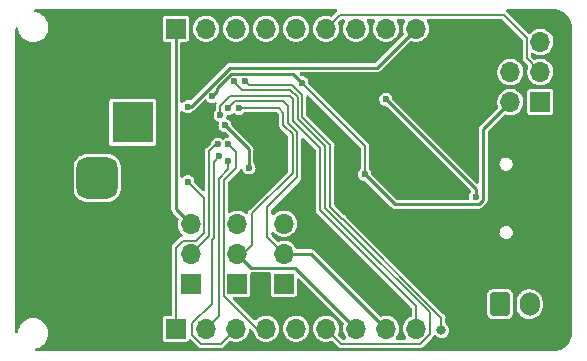
<source format=gbr>
%TF.GenerationSoftware,KiCad,Pcbnew,(6.0.9)*%
%TF.CreationDate,2023-05-25T18:46:17+02:00*%
%TF.ProjectId,tiny1616_dev_board,74696e79-3136-4313-965f-6465765f626f,rev?*%
%TF.SameCoordinates,Original*%
%TF.FileFunction,Copper,L2,Bot*%
%TF.FilePolarity,Positive*%
%FSLAX46Y46*%
G04 Gerber Fmt 4.6, Leading zero omitted, Abs format (unit mm)*
G04 Created by KiCad (PCBNEW (6.0.9)) date 2023-05-25 18:46:17*
%MOMM*%
%LPD*%
G01*
G04 APERTURE LIST*
G04 Aperture macros list*
%AMRoundRect*
0 Rectangle with rounded corners*
0 $1 Rounding radius*
0 $2 $3 $4 $5 $6 $7 $8 $9 X,Y pos of 4 corners*
0 Add a 4 corners polygon primitive as box body*
4,1,4,$2,$3,$4,$5,$6,$7,$8,$9,$2,$3,0*
0 Add four circle primitives for the rounded corners*
1,1,$1+$1,$2,$3*
1,1,$1+$1,$4,$5*
1,1,$1+$1,$6,$7*
1,1,$1+$1,$8,$9*
0 Add four rect primitives between the rounded corners*
20,1,$1+$1,$2,$3,$4,$5,0*
20,1,$1+$1,$4,$5,$6,$7,0*
20,1,$1+$1,$6,$7,$8,$9,0*
20,1,$1+$1,$8,$9,$2,$3,0*%
G04 Aperture macros list end*
%TA.AperFunction,ComponentPad*%
%ADD10O,2.000000X0.900000*%
%TD*%
%TA.AperFunction,ComponentPad*%
%ADD11O,1.700000X0.900000*%
%TD*%
%TA.AperFunction,ComponentPad*%
%ADD12R,1.700000X1.700000*%
%TD*%
%TA.AperFunction,ComponentPad*%
%ADD13O,1.700000X1.700000*%
%TD*%
%TA.AperFunction,ComponentPad*%
%ADD14R,3.500000X3.500000*%
%TD*%
%TA.AperFunction,ComponentPad*%
%ADD15RoundRect,0.750000X-0.750000X-1.000000X0.750000X-1.000000X0.750000X1.000000X-0.750000X1.000000X0*%
%TD*%
%TA.AperFunction,ComponentPad*%
%ADD16RoundRect,0.875000X-0.875000X-0.875000X0.875000X-0.875000X0.875000X0.875000X-0.875000X0.875000X0*%
%TD*%
%TA.AperFunction,ComponentPad*%
%ADD17RoundRect,0.250000X-0.600000X-0.750000X0.600000X-0.750000X0.600000X0.750000X-0.600000X0.750000X0*%
%TD*%
%TA.AperFunction,ComponentPad*%
%ADD18O,1.700000X2.000000*%
%TD*%
%TA.AperFunction,ViaPad*%
%ADD19C,0.600000*%
%TD*%
%TA.AperFunction,ViaPad*%
%ADD20C,0.800000*%
%TD*%
%TA.AperFunction,Conductor*%
%ADD21C,0.250000*%
%TD*%
%TA.AperFunction,Conductor*%
%ADD22C,0.200000*%
%TD*%
G04 APERTURE END LIST*
D10*
%TO.P,J2,S1,SHIELD*%
%TO.N,GND*%
X126797200Y-57279000D03*
D11*
X130967200Y-57279000D03*
X130967200Y-48639000D03*
D10*
X126797200Y-48639000D03*
%TD*%
D12*
%TO.P,J5,1,Pin_1*%
%TO.N,/PB0_SW_O*%
X99324000Y-38608000D03*
D13*
%TO.P,J5,2,Pin_2*%
%TO.N,/PA7*%
X101864000Y-38608000D03*
%TO.P,J5,3,Pin_3*%
%TO.N,/PA6*%
X104404000Y-38608000D03*
%TO.P,J5,4,Pin_4*%
%TO.N,/PA5*%
X106944000Y-38608000D03*
%TO.P,J5,5,Pin_5*%
%TO.N,/PA4*%
X109484000Y-38608000D03*
%TO.P,J5,6,Pin_6*%
%TO.N,/PA3*%
X112024000Y-38608000D03*
%TO.P,J5,7,Pin_7*%
%TO.N,/PA2*%
X114564000Y-38608000D03*
%TO.P,J5,8,Pin_8*%
%TO.N,/PA1*%
X117104000Y-38608000D03*
%TO.P,J5,9,Pin_9*%
%TO.N,/PA0*%
X119644000Y-38608000D03*
%TD*%
D12*
%TO.P,J6,1,Pin_1*%
%TO.N,/PC3*%
X99324000Y-64008000D03*
D13*
%TO.P,J6,2,Pin_2*%
%TO.N,/PC2*%
X101864000Y-64008000D03*
%TO.P,J6,3,Pin_3*%
%TO.N,/PC1*%
X104404000Y-64008000D03*
%TO.P,J6,4,Pin_4*%
%TO.N,/PC0*%
X106944000Y-64008000D03*
%TO.P,J6,5,Pin_5*%
%TO.N,/PB5*%
X109484000Y-64008000D03*
%TO.P,J6,6,Pin_6*%
%TO.N,/PB4*%
X112024000Y-64008000D03*
%TO.P,J6,7,Pin_7*%
%TO.N,/PB3*%
X114564000Y-64008000D03*
%TO.P,J6,8,Pin_8*%
%TO.N,/PB2*%
X117104000Y-64008000D03*
%TO.P,J6,9,Pin_9*%
%TO.N,/PB1*%
X119644000Y-64008000D03*
%TD*%
D14*
%TO.P,J1,1*%
%TO.N,+12V*%
X95662000Y-46540500D03*
D15*
%TO.P,J1,2*%
%TO.N,GND*%
X89662000Y-46540500D03*
D16*
%TO.P,J1,3*%
%TO.N,N/C*%
X92662000Y-51240500D03*
%TD*%
D12*
%TO.P,JP2,1,A*%
%TO.N,/RS_DO*%
X104521000Y-60198000D03*
D13*
%TO.P,JP2,2,C*%
%TO.N,/PB3*%
X104521000Y-57658000D03*
%TO.P,JP2,3,B*%
%TO.N,/CH_RXD*%
X104521000Y-55118000D03*
%TD*%
D12*
%TO.P,J3,1,Pin_1*%
%TO.N,/PA2*%
X130180000Y-44816000D03*
D13*
%TO.P,J3,2,Pin_2*%
%TO.N,+5V*%
X127640000Y-44816000D03*
%TO.P,J3,3,Pin_3*%
%TO.N,/PA3*%
X130180000Y-42276000D03*
%TO.P,J3,4,Pin_4*%
%TO.N,/PA1*%
X127640000Y-42276000D03*
%TO.P,J3,5,Pin_5*%
%TO.N,/PA0*%
X130180000Y-39736000D03*
%TO.P,J3,6,Pin_6*%
%TO.N,GND*%
X127640000Y-39736000D03*
%TD*%
D12*
%TO.P,JP1,1,A*%
%TO.N,/RS_DI*%
X108458000Y-60198000D03*
D13*
%TO.P,JP1,2,C*%
%TO.N,/PB2*%
X108458000Y-57658000D03*
%TO.P,JP1,3,B*%
%TO.N,/CH_TXD*%
X108458000Y-55118000D03*
%TD*%
D17*
%TO.P,J4,1,Pin_1*%
%TO.N,Net-(J4-Pad1)*%
X126766000Y-61930000D03*
D18*
%TO.P,J4,2,Pin_2*%
%TO.N,Net-(J4-Pad2)*%
X129266000Y-61930000D03*
%TD*%
D12*
%TO.P,JP3,1,A*%
%TO.N,/RS_DE*%
X100584000Y-60233800D03*
D13*
%TO.P,JP3,2,C*%
%TO.N,/PB0*%
X100584000Y-57693800D03*
%TO.P,JP3,3,B*%
%TO.N,/PB0_SW_O*%
X100584000Y-55153800D03*
%TD*%
D19*
%TO.N,GND*%
X97993200Y-52197000D03*
X104267000Y-53086000D03*
X89916000Y-53213000D03*
X116586000Y-43180000D03*
X113157000Y-58420000D03*
X89916000Y-52324000D03*
X106680000Y-46482000D03*
X97993200Y-53086000D03*
X115697000Y-60452000D03*
X108458000Y-62484000D03*
X110363000Y-56007000D03*
X105156000Y-53086000D03*
X96647000Y-38862000D03*
X105156000Y-52197000D03*
X107569000Y-62484000D03*
X107569000Y-46482000D03*
X104267000Y-52197000D03*
X100330000Y-50038000D03*
X111887000Y-43053000D03*
X95758000Y-38862000D03*
X95758000Y-39751000D03*
X97104200Y-52197000D03*
X97104200Y-53086000D03*
X111252000Y-56007000D03*
X89027000Y-53213000D03*
X100330000Y-49149000D03*
X110363000Y-55118000D03*
X106680000Y-47371000D03*
X111252000Y-55118000D03*
X107569000Y-47371000D03*
X96647000Y-39751000D03*
X89027000Y-52324000D03*
%TO.N,+5V*%
X109982000Y-43180000D03*
X115316000Y-50927000D03*
X102362000Y-44323000D03*
%TO.N,/PA0*%
X103479600Y-46786800D03*
X105511600Y-50393600D03*
X100330000Y-45212000D03*
%TO.N,Net-(J2-PadA7)*%
X124714000Y-52832000D03*
X117094000Y-44577000D03*
%TO.N,/PC3*%
X100330000Y-51562000D03*
%TO.N,/PC2*%
X103759000Y-49784000D03*
%TO.N,/PC1*%
X102997000Y-49403000D03*
%TO.N,/PC0*%
X103759000Y-48387000D03*
D20*
%TO.N,/PB5*%
X121793000Y-64135000D03*
D19*
X105156000Y-43053000D03*
%TO.N,/PB4*%
X104267000Y-43053000D03*
%TO.N,/PB3*%
X104648000Y-45339000D03*
%TO.N,/PB2*%
X103759000Y-45339000D03*
%TO.N,/PB1*%
X103073200Y-45923200D03*
%TO.N,/PB0*%
X102870000Y-48387000D03*
%TD*%
D21*
%TO.N,+5V*%
X125339000Y-47117000D02*
X125339000Y-53090884D01*
D22*
X115316000Y-48514000D02*
X115316000Y-50927000D01*
D21*
X117856000Y-53467000D02*
X115316000Y-50927000D01*
X102771000Y-43665116D02*
X104008116Y-42428000D01*
X102771000Y-43914000D02*
X102771000Y-43665116D01*
X124962884Y-53467000D02*
X117856000Y-53467000D01*
X127640000Y-44816000D02*
X125339000Y-47117000D01*
X125339000Y-53090884D02*
X124962884Y-53467000D01*
X102771000Y-43914000D02*
X102362000Y-44323000D01*
X104008116Y-42428000D02*
X109230000Y-42428000D01*
X109230000Y-42428000D02*
X109982000Y-43180000D01*
D22*
X109982000Y-43180000D02*
X115316000Y-48514000D01*
D21*
%TO.N,/PA0*%
X116342000Y-41910000D02*
X119644000Y-38608000D01*
X100587720Y-45212000D02*
X103889720Y-41910000D01*
X100330000Y-45212000D02*
X100587720Y-45212000D01*
X103479600Y-46786800D02*
X105511600Y-48818800D01*
X105511600Y-48818800D02*
X105511600Y-50393600D01*
X103889720Y-41910000D02*
X116342000Y-41910000D01*
%TO.N,Net-(J2-PadA7)*%
X117094000Y-44577000D02*
X124714000Y-52197000D01*
X124714000Y-52197000D02*
X124714000Y-52832000D01*
D22*
%TO.N,/PA3*%
X129030000Y-41126000D02*
X130180000Y-42276000D01*
X127120000Y-37458000D02*
X129030000Y-39368000D01*
X129030000Y-39368000D02*
X129030000Y-41126000D01*
X112024000Y-38608000D02*
X113174000Y-37458000D01*
X113174000Y-37458000D02*
X127120000Y-37458000D01*
D21*
%TO.N,/PB0_SW_O*%
X99324000Y-53893800D02*
X100584000Y-55153800D01*
X99324000Y-38608000D02*
X99324000Y-53893800D01*
D22*
%TO.N,/PC3*%
X101060346Y-56543800D02*
X99920200Y-56543800D01*
X101734000Y-52966000D02*
X101734000Y-55870146D01*
X99324000Y-57140000D02*
X99324000Y-64008000D01*
X101734000Y-55870146D02*
X101060346Y-56543800D01*
X100330000Y-51562000D02*
X101734000Y-52966000D01*
X99920200Y-56543800D02*
X99324000Y-57140000D01*
%TO.N,/PC2*%
X103759000Y-50488314D02*
X103759000Y-49784000D01*
X102934000Y-62938000D02*
X101864000Y-64008000D01*
X103759000Y-50488314D02*
X102934000Y-51313314D01*
X102934000Y-51313314D02*
X102934000Y-62938000D01*
%TO.N,/PC1*%
X100714000Y-64519000D02*
X101473000Y-65278000D01*
X103134000Y-65278000D02*
X104404000Y-64008000D01*
X102362000Y-61883654D02*
X100714000Y-63531654D01*
X102997000Y-49403000D02*
X102534000Y-49866000D01*
X102534000Y-49866000D02*
X102534000Y-56343000D01*
X102362000Y-56515000D02*
X102362000Y-61883654D01*
X100714000Y-63531654D02*
X100714000Y-64519000D01*
X101473000Y-65278000D02*
X103134000Y-65278000D01*
X102534000Y-56343000D02*
X102362000Y-56515000D01*
%TO.N,/PC0*%
X106944000Y-64008000D02*
X106172000Y-64008000D01*
X104394000Y-50419000D02*
X104394000Y-49022000D01*
X106172000Y-64008000D02*
X103371000Y-61207000D01*
X103371000Y-61207000D02*
X103371000Y-51442000D01*
X104394000Y-49022000D02*
X103759000Y-48387000D01*
X103371000Y-51442000D02*
X104394000Y-50419000D01*
%TO.N,/PB5*%
X112395000Y-48485157D02*
X112395000Y-53732628D01*
X109189371Y-43415000D02*
X105518000Y-43415000D01*
X110020000Y-44245630D02*
X110020000Y-46110157D01*
X112395000Y-53732628D02*
X113405186Y-54742814D01*
X121793000Y-63061314D02*
X121793000Y-64135000D01*
X110020000Y-46110157D02*
X112395000Y-48485157D01*
X113405186Y-54742814D02*
X113474500Y-54742814D01*
X105518000Y-43415000D02*
X105156000Y-43053000D01*
X113474500Y-54742814D02*
X121793000Y-63061314D01*
X109189371Y-43415000D02*
X110020000Y-44245630D01*
%TO.N,/PB4*%
X113763157Y-55597157D02*
X120794000Y-62628000D01*
X109620000Y-44411315D02*
X109620000Y-46275843D01*
X113693843Y-55597157D02*
X113763157Y-55597157D01*
X111906000Y-53809314D02*
X113693843Y-55597157D01*
X120000346Y-65278000D02*
X113294000Y-65278000D01*
X104942471Y-43815000D02*
X109023685Y-43815000D01*
X120794000Y-64484346D02*
X120000346Y-65278000D01*
X120794000Y-62628000D02*
X120794000Y-64484346D01*
X109023685Y-43815000D02*
X109620000Y-44411315D01*
X111906000Y-48561844D02*
X111906000Y-53809314D01*
X104267000Y-43139529D02*
X104942471Y-43815000D01*
X113294000Y-65278000D02*
X112024000Y-64008000D01*
X109620000Y-46275843D02*
X111906000Y-48561844D01*
X104267000Y-43053000D02*
X104267000Y-43139529D01*
%TO.N,/PB3*%
X108420000Y-45720000D02*
X108039000Y-45339000D01*
X109201000Y-50819000D02*
X109201000Y-47553901D01*
X104521000Y-57658000D02*
X105029000Y-57658000D01*
D21*
X104521000Y-57658000D02*
X105696000Y-58833000D01*
X105696000Y-58833000D02*
X109389000Y-58833000D01*
D22*
X105791000Y-56896000D02*
X105791000Y-54229000D01*
X108420000Y-46772900D02*
X108420000Y-45720000D01*
X105791000Y-54229000D02*
X109201000Y-50819000D01*
X109201000Y-47553901D02*
X108420000Y-46772900D01*
X105029000Y-57658000D02*
X105791000Y-56896000D01*
D21*
X109389000Y-58833000D02*
X114564000Y-64008000D01*
D22*
X108039000Y-45339000D02*
X104648000Y-45339000D01*
%TO.N,/PB2*%
X109601000Y-51181000D02*
X107061000Y-53721000D01*
X104359000Y-44739000D02*
X108366000Y-44739000D01*
X107061000Y-53721000D02*
X107061000Y-56261000D01*
X107061000Y-56261000D02*
X108458000Y-57658000D01*
X108366000Y-44739000D02*
X108820000Y-45193000D01*
D21*
X108458000Y-57658000D02*
X110754000Y-57658000D01*
X110754000Y-57658000D02*
X117104000Y-64008000D01*
D22*
X108820000Y-46607215D02*
X109601000Y-47388215D01*
X109601000Y-47388215D02*
X109601000Y-51181000D01*
X103759000Y-45339000D02*
X104359000Y-44739000D01*
X108820000Y-45193000D02*
X108820000Y-46607215D01*
%TO.N,/PB1*%
X103910471Y-44339000D02*
X103073200Y-45176271D01*
X119644000Y-64008000D02*
X119644000Y-62113000D01*
X103073200Y-45176271D02*
X103073200Y-45923200D01*
X119644000Y-62113000D02*
X111506000Y-53975000D01*
X109220000Y-44577000D02*
X108982000Y-44339000D01*
X111506000Y-48727529D02*
X109220000Y-46441529D01*
X109220000Y-46441529D02*
X109220000Y-44577000D01*
X111506000Y-53975000D02*
X111506000Y-48727529D01*
X108982000Y-44339000D02*
X103910471Y-44339000D01*
%TO.N,/PB0*%
X102134000Y-48996000D02*
X102134000Y-56143800D01*
X102134000Y-48996000D02*
X102743000Y-48387000D01*
X102743000Y-48387000D02*
X102870000Y-48387000D01*
X102134000Y-56143800D02*
X100584000Y-57693800D01*
%TD*%
%TA.AperFunction,Conductor*%
%TO.N,GND*%
G36*
X112935747Y-36977502D02*
G01*
X112982240Y-37031158D01*
X112992344Y-37101432D01*
X112962850Y-37166012D01*
X112955300Y-37173165D01*
X112953720Y-37174017D01*
X112930302Y-37199350D01*
X112919655Y-37210868D01*
X112916227Y-37214434D01*
X112574417Y-37556245D01*
X112512104Y-37590270D01*
X112438633Y-37584180D01*
X112339039Y-37544446D01*
X112333379Y-37543320D01*
X112333375Y-37543319D01*
X112145613Y-37505971D01*
X112145610Y-37505971D01*
X112139946Y-37504844D01*
X112134171Y-37504768D01*
X112134167Y-37504768D01*
X112032793Y-37503441D01*
X111936971Y-37502187D01*
X111931274Y-37503166D01*
X111931273Y-37503166D01*
X111843397Y-37518266D01*
X111736910Y-37536564D01*
X111546463Y-37606824D01*
X111372010Y-37710612D01*
X111367670Y-37714418D01*
X111367666Y-37714421D01*
X111233022Y-37832502D01*
X111219392Y-37844455D01*
X111215817Y-37848990D01*
X111215816Y-37848991D01*
X111192960Y-37877984D01*
X111093720Y-38003869D01*
X111091031Y-38008980D01*
X111091029Y-38008983D01*
X111066773Y-38055087D01*
X110999203Y-38183515D01*
X110939007Y-38377378D01*
X110915148Y-38578964D01*
X110928424Y-38781522D01*
X110929845Y-38787118D01*
X110929846Y-38787123D01*
X110950119Y-38866945D01*
X110978392Y-38978269D01*
X110980807Y-38983507D01*
X110980809Y-38983512D01*
X111017754Y-39063652D01*
X111063377Y-39162616D01*
X111066710Y-39167332D01*
X111167382Y-39309780D01*
X111180533Y-39328389D01*
X111184675Y-39332424D01*
X111241637Y-39387913D01*
X111325938Y-39470035D01*
X111494720Y-39582812D01*
X111500023Y-39585090D01*
X111500026Y-39585092D01*
X111619824Y-39636561D01*
X111681228Y-39662942D01*
X111754244Y-39679464D01*
X111873579Y-39706467D01*
X111873584Y-39706468D01*
X111879216Y-39707742D01*
X111884987Y-39707969D01*
X111884989Y-39707969D01*
X111944756Y-39710317D01*
X112082053Y-39715712D01*
X112189348Y-39700155D01*
X112277231Y-39687413D01*
X112277236Y-39687412D01*
X112282945Y-39686584D01*
X112288409Y-39684729D01*
X112288414Y-39684728D01*
X112469693Y-39623192D01*
X112469698Y-39623190D01*
X112475165Y-39621334D01*
X112652276Y-39522147D01*
X112661065Y-39514838D01*
X112803913Y-39396031D01*
X112808345Y-39392345D01*
X112848515Y-39344046D01*
X112934453Y-39240718D01*
X112934455Y-39240715D01*
X112938147Y-39236276D01*
X113037334Y-39059165D01*
X113039190Y-39053698D01*
X113039192Y-39053693D01*
X113100728Y-38872414D01*
X113100729Y-38872409D01*
X113102584Y-38866945D01*
X113103412Y-38861236D01*
X113103413Y-38861231D01*
X113126233Y-38703841D01*
X113131712Y-38666053D01*
X113133232Y-38608000D01*
X113114658Y-38405859D01*
X113113090Y-38400299D01*
X113061125Y-38216046D01*
X113061124Y-38216044D01*
X113059557Y-38210487D01*
X113054341Y-38199910D01*
X113042151Y-38129968D01*
X113069710Y-38064539D01*
X113078252Y-38055087D01*
X113283934Y-37849405D01*
X113346246Y-37815379D01*
X113373029Y-37812500D01*
X113526564Y-37812500D01*
X113594685Y-37832502D01*
X113641178Y-37886158D01*
X113651282Y-37956432D01*
X113633502Y-38003754D01*
X113633720Y-38003869D01*
X113539203Y-38183515D01*
X113479007Y-38377378D01*
X113455148Y-38578964D01*
X113468424Y-38781522D01*
X113469845Y-38787118D01*
X113469846Y-38787123D01*
X113490119Y-38866945D01*
X113518392Y-38978269D01*
X113520807Y-38983507D01*
X113520809Y-38983512D01*
X113557754Y-39063652D01*
X113603377Y-39162616D01*
X113606710Y-39167332D01*
X113707382Y-39309780D01*
X113720533Y-39328389D01*
X113724675Y-39332424D01*
X113781637Y-39387913D01*
X113865938Y-39470035D01*
X114034720Y-39582812D01*
X114040023Y-39585090D01*
X114040026Y-39585092D01*
X114159824Y-39636561D01*
X114221228Y-39662942D01*
X114294244Y-39679464D01*
X114413579Y-39706467D01*
X114413584Y-39706468D01*
X114419216Y-39707742D01*
X114424987Y-39707969D01*
X114424989Y-39707969D01*
X114484756Y-39710317D01*
X114622053Y-39715712D01*
X114729348Y-39700155D01*
X114817231Y-39687413D01*
X114817236Y-39687412D01*
X114822945Y-39686584D01*
X114828409Y-39684729D01*
X114828414Y-39684728D01*
X115009693Y-39623192D01*
X115009698Y-39623190D01*
X115015165Y-39621334D01*
X115192276Y-39522147D01*
X115201065Y-39514838D01*
X115343913Y-39396031D01*
X115348345Y-39392345D01*
X115388515Y-39344046D01*
X115474453Y-39240718D01*
X115474455Y-39240715D01*
X115478147Y-39236276D01*
X115577334Y-39059165D01*
X115579190Y-39053698D01*
X115579192Y-39053693D01*
X115640728Y-38872414D01*
X115640729Y-38872409D01*
X115642584Y-38866945D01*
X115643412Y-38861236D01*
X115643413Y-38861231D01*
X115666233Y-38703841D01*
X115671712Y-38666053D01*
X115673232Y-38608000D01*
X115654658Y-38405859D01*
X115653090Y-38400299D01*
X115601125Y-38216046D01*
X115601124Y-38216044D01*
X115599557Y-38210487D01*
X115588978Y-38189033D01*
X115512331Y-38033609D01*
X115509776Y-38028428D01*
X115506321Y-38023801D01*
X115506320Y-38023799D01*
X115498920Y-38013890D01*
X115474188Y-37947340D01*
X115489361Y-37877984D01*
X115539622Y-37827841D01*
X115599877Y-37812500D01*
X116066564Y-37812500D01*
X116134685Y-37832502D01*
X116181178Y-37886158D01*
X116191282Y-37956432D01*
X116173502Y-38003754D01*
X116173720Y-38003869D01*
X116079203Y-38183515D01*
X116019007Y-38377378D01*
X115995148Y-38578964D01*
X116008424Y-38781522D01*
X116009845Y-38787118D01*
X116009846Y-38787123D01*
X116030119Y-38866945D01*
X116058392Y-38978269D01*
X116060807Y-38983507D01*
X116060809Y-38983512D01*
X116097754Y-39063652D01*
X116143377Y-39162616D01*
X116146710Y-39167332D01*
X116247382Y-39309780D01*
X116260533Y-39328389D01*
X116264675Y-39332424D01*
X116321637Y-39387913D01*
X116405938Y-39470035D01*
X116574720Y-39582812D01*
X116580023Y-39585090D01*
X116580026Y-39585092D01*
X116699824Y-39636561D01*
X116761228Y-39662942D01*
X116834244Y-39679464D01*
X116953579Y-39706467D01*
X116953584Y-39706468D01*
X116959216Y-39707742D01*
X116964987Y-39707969D01*
X116964989Y-39707969D01*
X117024756Y-39710317D01*
X117162053Y-39715712D01*
X117269348Y-39700155D01*
X117357231Y-39687413D01*
X117357236Y-39687412D01*
X117362945Y-39686584D01*
X117368409Y-39684729D01*
X117368414Y-39684728D01*
X117549693Y-39623192D01*
X117549698Y-39623190D01*
X117555165Y-39621334D01*
X117732276Y-39522147D01*
X117741065Y-39514838D01*
X117883913Y-39396031D01*
X117888345Y-39392345D01*
X117928515Y-39344046D01*
X118014453Y-39240718D01*
X118014455Y-39240715D01*
X118018147Y-39236276D01*
X118117334Y-39059165D01*
X118119190Y-39053698D01*
X118119192Y-39053693D01*
X118180728Y-38872414D01*
X118180729Y-38872409D01*
X118182584Y-38866945D01*
X118183412Y-38861236D01*
X118183413Y-38861231D01*
X118206233Y-38703841D01*
X118211712Y-38666053D01*
X118213232Y-38608000D01*
X118194658Y-38405859D01*
X118193090Y-38400299D01*
X118141125Y-38216046D01*
X118141124Y-38216044D01*
X118139557Y-38210487D01*
X118128978Y-38189033D01*
X118052331Y-38033609D01*
X118049776Y-38028428D01*
X118046321Y-38023801D01*
X118046320Y-38023799D01*
X118038920Y-38013890D01*
X118014188Y-37947340D01*
X118029361Y-37877984D01*
X118079622Y-37827841D01*
X118139877Y-37812500D01*
X118606564Y-37812500D01*
X118674685Y-37832502D01*
X118721178Y-37886158D01*
X118731282Y-37956432D01*
X118713502Y-38003754D01*
X118713720Y-38003869D01*
X118619203Y-38183515D01*
X118559007Y-38377378D01*
X118535148Y-38578964D01*
X118548424Y-38781522D01*
X118549845Y-38787118D01*
X118549846Y-38787123D01*
X118570119Y-38866945D01*
X118598392Y-38978269D01*
X118605375Y-38993417D01*
X118615730Y-39063652D01*
X118586468Y-39128338D01*
X118580044Y-39135262D01*
X116221711Y-41493595D01*
X116159399Y-41527621D01*
X116132616Y-41530500D01*
X103943640Y-41530500D01*
X103919692Y-41527951D01*
X103918027Y-41527872D01*
X103907844Y-41525680D01*
X103897503Y-41526904D01*
X103874497Y-41529627D01*
X103868566Y-41529977D01*
X103868574Y-41530072D01*
X103863396Y-41530500D01*
X103858196Y-41530500D01*
X103853067Y-41531354D01*
X103853064Y-41531354D01*
X103839155Y-41533669D01*
X103833277Y-41534506D01*
X103792719Y-41539306D01*
X103792718Y-41539306D01*
X103782379Y-41540530D01*
X103774127Y-41544493D01*
X103765094Y-41545996D01*
X103719947Y-41570356D01*
X103714683Y-41573037D01*
X103668488Y-41595220D01*
X103664212Y-41598814D01*
X103662272Y-41600754D01*
X103660361Y-41602507D01*
X103660271Y-41602556D01*
X103660159Y-41602433D01*
X103659624Y-41602905D01*
X103653906Y-41605990D01*
X103646839Y-41613635D01*
X103617304Y-41645586D01*
X103613874Y-41649152D01*
X100616664Y-44646362D01*
X100554352Y-44680388D01*
X100490992Y-44674718D01*
X100490362Y-44677070D01*
X100482383Y-44674932D01*
X100474754Y-44671772D01*
X100330000Y-44652715D01*
X100321812Y-44653793D01*
X100193432Y-44670694D01*
X100193430Y-44670695D01*
X100185246Y-44671772D01*
X100163258Y-44680880D01*
X100057986Y-44724485D01*
X100057984Y-44724486D01*
X100050358Y-44727645D01*
X99993049Y-44771620D01*
X99953031Y-44802327D01*
X99934526Y-44816526D01*
X99929503Y-44823072D01*
X99929501Y-44823074D01*
X99929461Y-44823126D01*
X99929417Y-44823158D01*
X99923658Y-44828917D01*
X99922760Y-44828019D01*
X99872123Y-44864992D01*
X99801252Y-44869213D01*
X99739349Y-44834447D01*
X99706069Y-44771734D01*
X99703500Y-44746420D01*
X99703500Y-39838499D01*
X99723502Y-39770378D01*
X99777158Y-39723885D01*
X99829500Y-39712499D01*
X100199066Y-39712499D01*
X100234818Y-39705388D01*
X100261126Y-39700156D01*
X100261128Y-39700155D01*
X100273301Y-39697734D01*
X100283621Y-39690839D01*
X100283622Y-39690838D01*
X100347168Y-39648377D01*
X100357484Y-39641484D01*
X100413734Y-39557301D01*
X100428500Y-39483067D01*
X100428499Y-38578964D01*
X100755148Y-38578964D01*
X100768424Y-38781522D01*
X100769845Y-38787118D01*
X100769846Y-38787123D01*
X100790119Y-38866945D01*
X100818392Y-38978269D01*
X100820807Y-38983507D01*
X100820809Y-38983512D01*
X100857754Y-39063652D01*
X100903377Y-39162616D01*
X100906710Y-39167332D01*
X101007382Y-39309780D01*
X101020533Y-39328389D01*
X101024675Y-39332424D01*
X101081637Y-39387913D01*
X101165938Y-39470035D01*
X101334720Y-39582812D01*
X101340023Y-39585090D01*
X101340026Y-39585092D01*
X101459824Y-39636561D01*
X101521228Y-39662942D01*
X101594244Y-39679464D01*
X101713579Y-39706467D01*
X101713584Y-39706468D01*
X101719216Y-39707742D01*
X101724987Y-39707969D01*
X101724989Y-39707969D01*
X101784756Y-39710317D01*
X101922053Y-39715712D01*
X102029348Y-39700155D01*
X102117231Y-39687413D01*
X102117236Y-39687412D01*
X102122945Y-39686584D01*
X102128409Y-39684729D01*
X102128414Y-39684728D01*
X102309693Y-39623192D01*
X102309698Y-39623190D01*
X102315165Y-39621334D01*
X102492276Y-39522147D01*
X102501065Y-39514838D01*
X102643913Y-39396031D01*
X102648345Y-39392345D01*
X102688515Y-39344046D01*
X102774453Y-39240718D01*
X102774455Y-39240715D01*
X102778147Y-39236276D01*
X102877334Y-39059165D01*
X102879190Y-39053698D01*
X102879192Y-39053693D01*
X102940728Y-38872414D01*
X102940729Y-38872409D01*
X102942584Y-38866945D01*
X102943412Y-38861236D01*
X102943413Y-38861231D01*
X102966233Y-38703841D01*
X102971712Y-38666053D01*
X102973232Y-38608000D01*
X102970564Y-38578964D01*
X103295148Y-38578964D01*
X103308424Y-38781522D01*
X103309845Y-38787118D01*
X103309846Y-38787123D01*
X103330119Y-38866945D01*
X103358392Y-38978269D01*
X103360807Y-38983507D01*
X103360809Y-38983512D01*
X103397754Y-39063652D01*
X103443377Y-39162616D01*
X103446710Y-39167332D01*
X103547382Y-39309780D01*
X103560533Y-39328389D01*
X103564675Y-39332424D01*
X103621637Y-39387913D01*
X103705938Y-39470035D01*
X103874720Y-39582812D01*
X103880023Y-39585090D01*
X103880026Y-39585092D01*
X103999824Y-39636561D01*
X104061228Y-39662942D01*
X104134244Y-39679464D01*
X104253579Y-39706467D01*
X104253584Y-39706468D01*
X104259216Y-39707742D01*
X104264987Y-39707969D01*
X104264989Y-39707969D01*
X104324756Y-39710317D01*
X104462053Y-39715712D01*
X104569348Y-39700155D01*
X104657231Y-39687413D01*
X104657236Y-39687412D01*
X104662945Y-39686584D01*
X104668409Y-39684729D01*
X104668414Y-39684728D01*
X104849693Y-39623192D01*
X104849698Y-39623190D01*
X104855165Y-39621334D01*
X105032276Y-39522147D01*
X105041065Y-39514838D01*
X105183913Y-39396031D01*
X105188345Y-39392345D01*
X105228515Y-39344046D01*
X105314453Y-39240718D01*
X105314455Y-39240715D01*
X105318147Y-39236276D01*
X105417334Y-39059165D01*
X105419190Y-39053698D01*
X105419192Y-39053693D01*
X105480728Y-38872414D01*
X105480729Y-38872409D01*
X105482584Y-38866945D01*
X105483412Y-38861236D01*
X105483413Y-38861231D01*
X105506233Y-38703841D01*
X105511712Y-38666053D01*
X105513232Y-38608000D01*
X105510564Y-38578964D01*
X105835148Y-38578964D01*
X105848424Y-38781522D01*
X105849845Y-38787118D01*
X105849846Y-38787123D01*
X105870119Y-38866945D01*
X105898392Y-38978269D01*
X105900807Y-38983507D01*
X105900809Y-38983512D01*
X105937754Y-39063652D01*
X105983377Y-39162616D01*
X105986710Y-39167332D01*
X106087382Y-39309780D01*
X106100533Y-39328389D01*
X106104675Y-39332424D01*
X106161637Y-39387913D01*
X106245938Y-39470035D01*
X106414720Y-39582812D01*
X106420023Y-39585090D01*
X106420026Y-39585092D01*
X106539824Y-39636561D01*
X106601228Y-39662942D01*
X106674244Y-39679464D01*
X106793579Y-39706467D01*
X106793584Y-39706468D01*
X106799216Y-39707742D01*
X106804987Y-39707969D01*
X106804989Y-39707969D01*
X106864756Y-39710317D01*
X107002053Y-39715712D01*
X107109348Y-39700155D01*
X107197231Y-39687413D01*
X107197236Y-39687412D01*
X107202945Y-39686584D01*
X107208409Y-39684729D01*
X107208414Y-39684728D01*
X107389693Y-39623192D01*
X107389698Y-39623190D01*
X107395165Y-39621334D01*
X107572276Y-39522147D01*
X107581065Y-39514838D01*
X107723913Y-39396031D01*
X107728345Y-39392345D01*
X107768515Y-39344046D01*
X107854453Y-39240718D01*
X107854455Y-39240715D01*
X107858147Y-39236276D01*
X107957334Y-39059165D01*
X107959190Y-39053698D01*
X107959192Y-39053693D01*
X108020728Y-38872414D01*
X108020729Y-38872409D01*
X108022584Y-38866945D01*
X108023412Y-38861236D01*
X108023413Y-38861231D01*
X108046233Y-38703841D01*
X108051712Y-38666053D01*
X108053232Y-38608000D01*
X108050564Y-38578964D01*
X108375148Y-38578964D01*
X108388424Y-38781522D01*
X108389845Y-38787118D01*
X108389846Y-38787123D01*
X108410119Y-38866945D01*
X108438392Y-38978269D01*
X108440807Y-38983507D01*
X108440809Y-38983512D01*
X108477754Y-39063652D01*
X108523377Y-39162616D01*
X108526710Y-39167332D01*
X108627382Y-39309780D01*
X108640533Y-39328389D01*
X108644675Y-39332424D01*
X108701637Y-39387913D01*
X108785938Y-39470035D01*
X108954720Y-39582812D01*
X108960023Y-39585090D01*
X108960026Y-39585092D01*
X109079824Y-39636561D01*
X109141228Y-39662942D01*
X109214244Y-39679464D01*
X109333579Y-39706467D01*
X109333584Y-39706468D01*
X109339216Y-39707742D01*
X109344987Y-39707969D01*
X109344989Y-39707969D01*
X109404756Y-39710317D01*
X109542053Y-39715712D01*
X109649348Y-39700155D01*
X109737231Y-39687413D01*
X109737236Y-39687412D01*
X109742945Y-39686584D01*
X109748409Y-39684729D01*
X109748414Y-39684728D01*
X109929693Y-39623192D01*
X109929698Y-39623190D01*
X109935165Y-39621334D01*
X110112276Y-39522147D01*
X110121065Y-39514838D01*
X110263913Y-39396031D01*
X110268345Y-39392345D01*
X110308515Y-39344046D01*
X110394453Y-39240718D01*
X110394455Y-39240715D01*
X110398147Y-39236276D01*
X110497334Y-39059165D01*
X110499190Y-39053698D01*
X110499192Y-39053693D01*
X110560728Y-38872414D01*
X110560729Y-38872409D01*
X110562584Y-38866945D01*
X110563412Y-38861236D01*
X110563413Y-38861231D01*
X110586233Y-38703841D01*
X110591712Y-38666053D01*
X110593232Y-38608000D01*
X110574658Y-38405859D01*
X110573090Y-38400299D01*
X110521125Y-38216046D01*
X110521124Y-38216044D01*
X110519557Y-38210487D01*
X110508978Y-38189033D01*
X110432331Y-38033609D01*
X110429776Y-38028428D01*
X110426320Y-38023799D01*
X110374065Y-37953822D01*
X110308320Y-37865779D01*
X110159258Y-37727987D01*
X110154375Y-37724906D01*
X110154371Y-37724903D01*
X109992464Y-37622748D01*
X109987581Y-37619667D01*
X109799039Y-37544446D01*
X109793379Y-37543320D01*
X109793375Y-37543319D01*
X109605613Y-37505971D01*
X109605610Y-37505971D01*
X109599946Y-37504844D01*
X109594171Y-37504768D01*
X109594167Y-37504768D01*
X109492793Y-37503441D01*
X109396971Y-37502187D01*
X109391274Y-37503166D01*
X109391273Y-37503166D01*
X109303397Y-37518266D01*
X109196910Y-37536564D01*
X109006463Y-37606824D01*
X108832010Y-37710612D01*
X108827670Y-37714418D01*
X108827666Y-37714421D01*
X108693022Y-37832502D01*
X108679392Y-37844455D01*
X108675817Y-37848990D01*
X108675816Y-37848991D01*
X108652960Y-37877984D01*
X108553720Y-38003869D01*
X108551031Y-38008980D01*
X108551029Y-38008983D01*
X108526773Y-38055087D01*
X108459203Y-38183515D01*
X108399007Y-38377378D01*
X108375148Y-38578964D01*
X108050564Y-38578964D01*
X108034658Y-38405859D01*
X108033090Y-38400299D01*
X107981125Y-38216046D01*
X107981124Y-38216044D01*
X107979557Y-38210487D01*
X107968978Y-38189033D01*
X107892331Y-38033609D01*
X107889776Y-38028428D01*
X107886320Y-38023799D01*
X107834065Y-37953822D01*
X107768320Y-37865779D01*
X107619258Y-37727987D01*
X107614375Y-37724906D01*
X107614371Y-37724903D01*
X107452464Y-37622748D01*
X107447581Y-37619667D01*
X107259039Y-37544446D01*
X107253379Y-37543320D01*
X107253375Y-37543319D01*
X107065613Y-37505971D01*
X107065610Y-37505971D01*
X107059946Y-37504844D01*
X107054171Y-37504768D01*
X107054167Y-37504768D01*
X106952793Y-37503441D01*
X106856971Y-37502187D01*
X106851274Y-37503166D01*
X106851273Y-37503166D01*
X106763397Y-37518266D01*
X106656910Y-37536564D01*
X106466463Y-37606824D01*
X106292010Y-37710612D01*
X106287670Y-37714418D01*
X106287666Y-37714421D01*
X106153022Y-37832502D01*
X106139392Y-37844455D01*
X106135817Y-37848990D01*
X106135816Y-37848991D01*
X106112960Y-37877984D01*
X106013720Y-38003869D01*
X106011031Y-38008980D01*
X106011029Y-38008983D01*
X105986773Y-38055087D01*
X105919203Y-38183515D01*
X105859007Y-38377378D01*
X105835148Y-38578964D01*
X105510564Y-38578964D01*
X105494658Y-38405859D01*
X105493090Y-38400299D01*
X105441125Y-38216046D01*
X105441124Y-38216044D01*
X105439557Y-38210487D01*
X105428978Y-38189033D01*
X105352331Y-38033609D01*
X105349776Y-38028428D01*
X105346320Y-38023799D01*
X105294065Y-37953822D01*
X105228320Y-37865779D01*
X105079258Y-37727987D01*
X105074375Y-37724906D01*
X105074371Y-37724903D01*
X104912464Y-37622748D01*
X104907581Y-37619667D01*
X104719039Y-37544446D01*
X104713379Y-37543320D01*
X104713375Y-37543319D01*
X104525613Y-37505971D01*
X104525610Y-37505971D01*
X104519946Y-37504844D01*
X104514171Y-37504768D01*
X104514167Y-37504768D01*
X104412793Y-37503441D01*
X104316971Y-37502187D01*
X104311274Y-37503166D01*
X104311273Y-37503166D01*
X104223397Y-37518266D01*
X104116910Y-37536564D01*
X103926463Y-37606824D01*
X103752010Y-37710612D01*
X103747670Y-37714418D01*
X103747666Y-37714421D01*
X103613022Y-37832502D01*
X103599392Y-37844455D01*
X103595817Y-37848990D01*
X103595816Y-37848991D01*
X103572960Y-37877984D01*
X103473720Y-38003869D01*
X103471031Y-38008980D01*
X103471029Y-38008983D01*
X103446773Y-38055087D01*
X103379203Y-38183515D01*
X103319007Y-38377378D01*
X103295148Y-38578964D01*
X102970564Y-38578964D01*
X102954658Y-38405859D01*
X102953090Y-38400299D01*
X102901125Y-38216046D01*
X102901124Y-38216044D01*
X102899557Y-38210487D01*
X102888978Y-38189033D01*
X102812331Y-38033609D01*
X102809776Y-38028428D01*
X102806320Y-38023799D01*
X102754065Y-37953822D01*
X102688320Y-37865779D01*
X102539258Y-37727987D01*
X102534375Y-37724906D01*
X102534371Y-37724903D01*
X102372464Y-37622748D01*
X102367581Y-37619667D01*
X102179039Y-37544446D01*
X102173379Y-37543320D01*
X102173375Y-37543319D01*
X101985613Y-37505971D01*
X101985610Y-37505971D01*
X101979946Y-37504844D01*
X101974171Y-37504768D01*
X101974167Y-37504768D01*
X101872793Y-37503441D01*
X101776971Y-37502187D01*
X101771274Y-37503166D01*
X101771273Y-37503166D01*
X101683397Y-37518266D01*
X101576910Y-37536564D01*
X101386463Y-37606824D01*
X101212010Y-37710612D01*
X101207670Y-37714418D01*
X101207666Y-37714421D01*
X101073022Y-37832502D01*
X101059392Y-37844455D01*
X101055817Y-37848990D01*
X101055816Y-37848991D01*
X101032960Y-37877984D01*
X100933720Y-38003869D01*
X100931031Y-38008980D01*
X100931029Y-38008983D01*
X100906773Y-38055087D01*
X100839203Y-38183515D01*
X100779007Y-38377378D01*
X100755148Y-38578964D01*
X100428499Y-38578964D01*
X100428499Y-37732934D01*
X100413734Y-37658699D01*
X100387654Y-37619667D01*
X100364377Y-37584832D01*
X100357484Y-37574516D01*
X100273301Y-37518266D01*
X100199067Y-37503500D01*
X99324142Y-37503500D01*
X98448934Y-37503501D01*
X98413182Y-37510612D01*
X98386874Y-37515844D01*
X98386872Y-37515845D01*
X98374699Y-37518266D01*
X98364379Y-37525161D01*
X98364378Y-37525162D01*
X98317860Y-37556245D01*
X98290516Y-37574516D01*
X98234266Y-37658699D01*
X98219500Y-37732933D01*
X98219501Y-39483066D01*
X98225820Y-39514838D01*
X98230874Y-39540245D01*
X98234266Y-39557301D01*
X98241161Y-39567620D01*
X98241162Y-39567622D01*
X98281516Y-39628015D01*
X98290516Y-39641484D01*
X98374699Y-39697734D01*
X98448933Y-39712500D01*
X98818500Y-39712500D01*
X98886621Y-39732502D01*
X98933114Y-39786158D01*
X98944500Y-39838500D01*
X98944500Y-53839880D01*
X98941951Y-53863828D01*
X98941872Y-53865493D01*
X98939680Y-53875676D01*
X98940904Y-53886017D01*
X98943627Y-53909023D01*
X98943977Y-53914954D01*
X98944072Y-53914946D01*
X98944500Y-53920124D01*
X98944500Y-53925324D01*
X98945354Y-53930453D01*
X98945354Y-53930456D01*
X98947669Y-53944365D01*
X98948506Y-53950243D01*
X98950037Y-53963175D01*
X98954530Y-54001141D01*
X98958493Y-54009393D01*
X98959996Y-54018426D01*
X98964943Y-54027595D01*
X98964944Y-54027597D01*
X98984334Y-54063532D01*
X98987031Y-54068825D01*
X99005785Y-54107882D01*
X99005788Y-54107886D01*
X99009219Y-54115032D01*
X99012814Y-54119308D01*
X99014737Y-54121231D01*
X99016509Y-54123163D01*
X99016552Y-54123242D01*
X99016428Y-54123355D01*
X99016904Y-54123895D01*
X99019990Y-54129614D01*
X99027635Y-54136681D01*
X99059586Y-54166216D01*
X99063152Y-54169646D01*
X99520477Y-54626971D01*
X99554503Y-54689283D01*
X99551715Y-54753430D01*
X99499007Y-54923178D01*
X99475148Y-55124764D01*
X99488424Y-55327322D01*
X99489845Y-55332918D01*
X99489846Y-55332923D01*
X99522233Y-55460445D01*
X99538392Y-55524069D01*
X99540809Y-55529312D01*
X99561506Y-55574208D01*
X99623377Y-55708416D01*
X99626710Y-55713132D01*
X99691944Y-55805436D01*
X99740533Y-55874189D01*
X99744675Y-55878224D01*
X99861834Y-55992354D01*
X99896672Y-56054215D01*
X99892535Y-56125091D01*
X99850736Y-56182479D01*
X99819725Y-56198202D01*
X99819946Y-56198662D01*
X99819932Y-56198669D01*
X99819930Y-56198669D01*
X99816574Y-56200280D01*
X99811628Y-56202307D01*
X99811152Y-56202548D01*
X99803783Y-56203775D01*
X99761799Y-56226429D01*
X99756536Y-56229110D01*
X99713542Y-56249755D01*
X99709550Y-56253111D01*
X99707603Y-56255058D01*
X99705978Y-56256548D01*
X99705546Y-56256781D01*
X99705513Y-56256746D01*
X99705358Y-56256883D01*
X99699920Y-56259817D01*
X99676836Y-56284790D01*
X99665843Y-56296682D01*
X99662413Y-56300249D01*
X99109580Y-56853082D01*
X99094098Y-56865587D01*
X99090871Y-56868523D01*
X99082118Y-56874175D01*
X99062991Y-56898438D01*
X99059441Y-56902433D01*
X99059540Y-56902517D01*
X99056182Y-56906480D01*
X99052506Y-56910156D01*
X99049483Y-56914385D01*
X99049483Y-56914386D01*
X99042146Y-56924652D01*
X99038585Y-56929395D01*
X99015503Y-56958675D01*
X99015501Y-56958679D01*
X99009054Y-56966857D01*
X99006221Y-56974925D01*
X99001247Y-56981885D01*
X98998263Y-56991863D01*
X98987580Y-57027586D01*
X98985744Y-57033235D01*
X98969950Y-57078208D01*
X98969500Y-57083404D01*
X98969500Y-57086109D01*
X98969403Y-57088365D01*
X98969260Y-57088841D01*
X98969214Y-57088839D01*
X98969201Y-57089038D01*
X98967432Y-57094955D01*
X98968076Y-57111335D01*
X98969403Y-57145124D01*
X98969500Y-57150070D01*
X98969500Y-62777501D01*
X98949498Y-62845622D01*
X98895842Y-62892115D01*
X98843500Y-62903501D01*
X98448934Y-62903501D01*
X98413182Y-62910612D01*
X98386874Y-62915844D01*
X98386872Y-62915845D01*
X98374699Y-62918266D01*
X98364379Y-62925161D01*
X98364378Y-62925162D01*
X98330077Y-62948082D01*
X98290516Y-62974516D01*
X98283623Y-62984832D01*
X98243577Y-63044765D01*
X98234266Y-63058699D01*
X98219500Y-63132933D01*
X98219501Y-64883066D01*
X98224798Y-64909699D01*
X98226971Y-64920621D01*
X98234266Y-64957301D01*
X98241161Y-64967620D01*
X98241162Y-64967622D01*
X98280127Y-65025936D01*
X98290516Y-65041484D01*
X98374699Y-65097734D01*
X98448933Y-65112500D01*
X99323858Y-65112500D01*
X100199066Y-65112499D01*
X100234818Y-65105388D01*
X100261126Y-65100156D01*
X100261128Y-65100155D01*
X100273301Y-65097734D01*
X100283621Y-65090839D01*
X100283622Y-65090838D01*
X100347168Y-65048377D01*
X100357484Y-65041484D01*
X100413734Y-64957301D01*
X100414000Y-64955963D01*
X100453751Y-64906638D01*
X100521115Y-64884219D01*
X100589905Y-64901779D01*
X100614704Y-64921043D01*
X101186084Y-65492422D01*
X101198586Y-65507902D01*
X101201525Y-65511132D01*
X101207175Y-65519882D01*
X101231438Y-65539009D01*
X101235433Y-65542559D01*
X101235517Y-65542460D01*
X101239480Y-65545818D01*
X101243156Y-65549494D01*
X101247385Y-65552517D01*
X101247386Y-65552517D01*
X101257652Y-65559854D01*
X101262395Y-65563415D01*
X101291675Y-65586497D01*
X101291679Y-65586499D01*
X101299857Y-65592946D01*
X101307925Y-65595779D01*
X101314885Y-65600753D01*
X101324863Y-65603737D01*
X101360586Y-65614420D01*
X101366235Y-65616256D01*
X101411208Y-65632050D01*
X101416404Y-65632500D01*
X101419109Y-65632500D01*
X101421365Y-65632597D01*
X101421841Y-65632740D01*
X101421839Y-65632786D01*
X101422038Y-65632799D01*
X101427955Y-65634568D01*
X101478124Y-65632597D01*
X101483070Y-65632500D01*
X103082743Y-65632500D01*
X103102537Y-65634606D01*
X103106890Y-65634811D01*
X103117070Y-65637003D01*
X103147740Y-65633373D01*
X103153083Y-65633058D01*
X103153072Y-65632928D01*
X103158252Y-65632500D01*
X103163451Y-65632500D01*
X103168575Y-65631647D01*
X103168588Y-65631646D01*
X103181041Y-65629573D01*
X103186916Y-65628736D01*
X103223929Y-65624355D01*
X103234270Y-65623131D01*
X103241978Y-65619430D01*
X103250417Y-65618025D01*
X103292401Y-65595371D01*
X103297664Y-65592690D01*
X103310561Y-65586497D01*
X103340658Y-65572045D01*
X103344650Y-65568689D01*
X103346597Y-65566742D01*
X103348222Y-65565252D01*
X103348654Y-65565019D01*
X103348687Y-65565055D01*
X103348845Y-65564916D01*
X103354280Y-65561983D01*
X103372236Y-65542559D01*
X103388357Y-65525119D01*
X103391786Y-65521553D01*
X103853377Y-65059962D01*
X103915689Y-65025936D01*
X103992210Y-65033290D01*
X104055912Y-65060659D01*
X104055921Y-65060662D01*
X104061228Y-65062942D01*
X104134244Y-65079464D01*
X104253579Y-65106467D01*
X104253584Y-65106468D01*
X104259216Y-65107742D01*
X104264987Y-65107969D01*
X104264989Y-65107969D01*
X104324756Y-65110317D01*
X104462053Y-65115712D01*
X104569348Y-65100155D01*
X104657231Y-65087413D01*
X104657236Y-65087412D01*
X104662945Y-65086584D01*
X104668409Y-65084729D01*
X104668414Y-65084728D01*
X104849693Y-65023192D01*
X104849698Y-65023190D01*
X104855165Y-65021334D01*
X104867090Y-65014656D01*
X104929683Y-64979602D01*
X105032276Y-64922147D01*
X105050924Y-64906638D01*
X105183913Y-64796031D01*
X105188345Y-64792345D01*
X105245463Y-64723669D01*
X105314453Y-64640718D01*
X105314455Y-64640715D01*
X105318147Y-64636276D01*
X105395941Y-64497365D01*
X105414510Y-64464208D01*
X105414511Y-64464206D01*
X105417334Y-64459165D01*
X105419190Y-64453698D01*
X105419192Y-64453693D01*
X105480728Y-64272414D01*
X105480729Y-64272409D01*
X105482584Y-64266945D01*
X105483412Y-64261236D01*
X105483413Y-64261231D01*
X105503126Y-64125270D01*
X105532696Y-64060724D01*
X105592468Y-64022412D01*
X105663464Y-64022496D01*
X105716917Y-64054255D01*
X105825367Y-64162705D01*
X105858395Y-64220784D01*
X105894751Y-64363933D01*
X105898392Y-64378269D01*
X105900807Y-64383507D01*
X105900809Y-64383512D01*
X105980754Y-64556927D01*
X105983377Y-64562616D01*
X105986710Y-64567332D01*
X106095958Y-64721915D01*
X106100533Y-64728389D01*
X106104675Y-64732424D01*
X106120673Y-64748008D01*
X106245938Y-64870035D01*
X106414720Y-64982812D01*
X106420023Y-64985090D01*
X106420026Y-64985092D01*
X106551283Y-65041484D01*
X106601228Y-65062942D01*
X106674244Y-65079464D01*
X106793579Y-65106467D01*
X106793584Y-65106468D01*
X106799216Y-65107742D01*
X106804987Y-65107969D01*
X106804989Y-65107969D01*
X106864756Y-65110317D01*
X107002053Y-65115712D01*
X107109348Y-65100155D01*
X107197231Y-65087413D01*
X107197236Y-65087412D01*
X107202945Y-65086584D01*
X107208409Y-65084729D01*
X107208414Y-65084728D01*
X107389693Y-65023192D01*
X107389698Y-65023190D01*
X107395165Y-65021334D01*
X107407090Y-65014656D01*
X107469683Y-64979602D01*
X107572276Y-64922147D01*
X107590924Y-64906638D01*
X107723913Y-64796031D01*
X107728345Y-64792345D01*
X107785463Y-64723669D01*
X107854453Y-64640718D01*
X107854455Y-64640715D01*
X107858147Y-64636276D01*
X107935941Y-64497365D01*
X107954510Y-64464208D01*
X107954511Y-64464206D01*
X107957334Y-64459165D01*
X107959190Y-64453698D01*
X107959192Y-64453693D01*
X108020728Y-64272414D01*
X108020729Y-64272409D01*
X108022584Y-64266945D01*
X108023412Y-64261236D01*
X108023413Y-64261231D01*
X108051179Y-64069727D01*
X108051712Y-64066053D01*
X108053232Y-64008000D01*
X108050564Y-63978964D01*
X108375148Y-63978964D01*
X108388424Y-64181522D01*
X108389845Y-64187118D01*
X108389846Y-64187123D01*
X108434751Y-64363933D01*
X108438392Y-64378269D01*
X108440807Y-64383507D01*
X108440809Y-64383512D01*
X108520754Y-64556927D01*
X108523377Y-64562616D01*
X108526710Y-64567332D01*
X108635958Y-64721915D01*
X108640533Y-64728389D01*
X108644675Y-64732424D01*
X108660673Y-64748008D01*
X108785938Y-64870035D01*
X108954720Y-64982812D01*
X108960023Y-64985090D01*
X108960026Y-64985092D01*
X109091283Y-65041484D01*
X109141228Y-65062942D01*
X109214244Y-65079464D01*
X109333579Y-65106467D01*
X109333584Y-65106468D01*
X109339216Y-65107742D01*
X109344987Y-65107969D01*
X109344989Y-65107969D01*
X109404756Y-65110317D01*
X109542053Y-65115712D01*
X109649348Y-65100155D01*
X109737231Y-65087413D01*
X109737236Y-65087412D01*
X109742945Y-65086584D01*
X109748409Y-65084729D01*
X109748414Y-65084728D01*
X109929693Y-65023192D01*
X109929698Y-65023190D01*
X109935165Y-65021334D01*
X109947090Y-65014656D01*
X110009683Y-64979602D01*
X110112276Y-64922147D01*
X110130924Y-64906638D01*
X110263913Y-64796031D01*
X110268345Y-64792345D01*
X110325463Y-64723669D01*
X110394453Y-64640718D01*
X110394455Y-64640715D01*
X110398147Y-64636276D01*
X110475941Y-64497365D01*
X110494510Y-64464208D01*
X110494511Y-64464206D01*
X110497334Y-64459165D01*
X110499190Y-64453698D01*
X110499192Y-64453693D01*
X110560728Y-64272414D01*
X110560729Y-64272409D01*
X110562584Y-64266945D01*
X110563412Y-64261236D01*
X110563413Y-64261231D01*
X110591179Y-64069727D01*
X110591712Y-64066053D01*
X110593232Y-64008000D01*
X110576274Y-63823444D01*
X110575187Y-63811613D01*
X110575186Y-63811610D01*
X110574658Y-63805859D01*
X110571736Y-63795499D01*
X110521125Y-63616046D01*
X110521124Y-63616044D01*
X110519557Y-63610487D01*
X110508978Y-63589033D01*
X110432331Y-63433609D01*
X110429776Y-63428428D01*
X110308320Y-63265779D01*
X110181527Y-63148572D01*
X110163503Y-63131911D01*
X110159258Y-63127987D01*
X110154375Y-63124906D01*
X110154371Y-63124903D01*
X109992464Y-63022748D01*
X109987581Y-63019667D01*
X109799039Y-62944446D01*
X109793379Y-62943320D01*
X109793375Y-62943319D01*
X109605613Y-62905971D01*
X109605610Y-62905971D01*
X109599946Y-62904844D01*
X109594171Y-62904768D01*
X109594167Y-62904768D01*
X109492793Y-62903441D01*
X109396971Y-62902187D01*
X109391274Y-62903166D01*
X109391273Y-62903166D01*
X109202607Y-62935585D01*
X109196910Y-62936564D01*
X109006463Y-63006824D01*
X108832010Y-63110612D01*
X108827670Y-63114418D01*
X108827666Y-63114421D01*
X108704606Y-63222343D01*
X108679392Y-63244455D01*
X108553720Y-63403869D01*
X108551031Y-63408980D01*
X108551029Y-63408983D01*
X108538073Y-63433609D01*
X108459203Y-63583515D01*
X108399007Y-63777378D01*
X108375148Y-63978964D01*
X108050564Y-63978964D01*
X108036274Y-63823444D01*
X108035187Y-63811613D01*
X108035186Y-63811610D01*
X108034658Y-63805859D01*
X108031736Y-63795499D01*
X107981125Y-63616046D01*
X107981124Y-63616044D01*
X107979557Y-63610487D01*
X107968978Y-63589033D01*
X107892331Y-63433609D01*
X107889776Y-63428428D01*
X107768320Y-63265779D01*
X107641527Y-63148572D01*
X107623503Y-63131911D01*
X107619258Y-63127987D01*
X107614375Y-63124906D01*
X107614371Y-63124903D01*
X107452464Y-63022748D01*
X107447581Y-63019667D01*
X107259039Y-62944446D01*
X107253379Y-62943320D01*
X107253375Y-62943319D01*
X107065613Y-62905971D01*
X107065610Y-62905971D01*
X107059946Y-62904844D01*
X107054171Y-62904768D01*
X107054167Y-62904768D01*
X106952793Y-62903441D01*
X106856971Y-62902187D01*
X106851274Y-62903166D01*
X106851273Y-62903166D01*
X106662607Y-62935585D01*
X106656910Y-62936564D01*
X106466463Y-63006824D01*
X106292010Y-63110612D01*
X106287670Y-63114418D01*
X106287666Y-63114421D01*
X106164606Y-63222343D01*
X106139392Y-63244455D01*
X106125963Y-63261490D01*
X106068083Y-63302603D01*
X105997163Y-63305897D01*
X105937918Y-63272579D01*
X105060461Y-62395122D01*
X104182933Y-61517595D01*
X104148908Y-61455283D01*
X104153972Y-61384468D01*
X104196519Y-61327632D01*
X104263039Y-61302821D01*
X104272028Y-61302500D01*
X105367587Y-61302499D01*
X105396066Y-61302499D01*
X105431818Y-61295388D01*
X105458126Y-61290156D01*
X105458128Y-61290155D01*
X105470301Y-61287734D01*
X105480621Y-61280839D01*
X105480622Y-61280838D01*
X105544168Y-61238377D01*
X105554484Y-61231484D01*
X105610734Y-61147301D01*
X105625500Y-61073067D01*
X105625499Y-59338500D01*
X105645501Y-59270379D01*
X105699157Y-59223886D01*
X105751499Y-59212500D01*
X107227500Y-59212500D01*
X107295621Y-59232502D01*
X107342114Y-59286158D01*
X107353500Y-59338500D01*
X107353501Y-61073066D01*
X107357335Y-61092340D01*
X107364596Y-61128847D01*
X107368266Y-61147301D01*
X107424516Y-61231484D01*
X107508699Y-61287734D01*
X107582933Y-61302500D01*
X108457858Y-61302500D01*
X109333066Y-61302499D01*
X109368818Y-61295388D01*
X109395126Y-61290156D01*
X109395128Y-61290155D01*
X109407301Y-61287734D01*
X109417621Y-61280839D01*
X109417622Y-61280838D01*
X109481168Y-61238377D01*
X109491484Y-61231484D01*
X109547734Y-61147301D01*
X109562500Y-61073067D01*
X109562499Y-59847382D01*
X109582501Y-59779262D01*
X109636157Y-59732769D01*
X109706431Y-59722665D01*
X109771011Y-59752158D01*
X109777594Y-59758288D01*
X113500477Y-63481171D01*
X113534503Y-63543483D01*
X113531715Y-63607630D01*
X113479007Y-63777378D01*
X113455148Y-63978964D01*
X113468424Y-64181522D01*
X113469845Y-64187118D01*
X113469846Y-64187123D01*
X113514751Y-64363933D01*
X113518392Y-64378269D01*
X113520807Y-64383507D01*
X113520809Y-64383512D01*
X113600754Y-64556927D01*
X113603377Y-64562616D01*
X113606710Y-64567332D01*
X113717982Y-64724780D01*
X113740963Y-64791955D01*
X113723978Y-64860890D01*
X113672421Y-64909699D01*
X113615085Y-64923500D01*
X113493029Y-64923500D01*
X113424908Y-64903498D01*
X113403934Y-64886595D01*
X113077321Y-64559982D01*
X113043295Y-64497670D01*
X113047103Y-64430387D01*
X113102584Y-64266945D01*
X113103412Y-64261236D01*
X113103413Y-64261231D01*
X113131179Y-64069727D01*
X113131712Y-64066053D01*
X113133232Y-64008000D01*
X113116274Y-63823444D01*
X113115187Y-63811613D01*
X113115186Y-63811610D01*
X113114658Y-63805859D01*
X113111736Y-63795499D01*
X113061125Y-63616046D01*
X113061124Y-63616044D01*
X113059557Y-63610487D01*
X113048978Y-63589033D01*
X112972331Y-63433609D01*
X112969776Y-63428428D01*
X112848320Y-63265779D01*
X112721527Y-63148572D01*
X112703503Y-63131911D01*
X112699258Y-63127987D01*
X112694375Y-63124906D01*
X112694371Y-63124903D01*
X112532464Y-63022748D01*
X112527581Y-63019667D01*
X112339039Y-62944446D01*
X112333379Y-62943320D01*
X112333375Y-62943319D01*
X112145613Y-62905971D01*
X112145610Y-62905971D01*
X112139946Y-62904844D01*
X112134171Y-62904768D01*
X112134167Y-62904768D01*
X112032793Y-62903441D01*
X111936971Y-62902187D01*
X111931274Y-62903166D01*
X111931273Y-62903166D01*
X111742607Y-62935585D01*
X111736910Y-62936564D01*
X111546463Y-63006824D01*
X111372010Y-63110612D01*
X111367670Y-63114418D01*
X111367666Y-63114421D01*
X111244606Y-63222343D01*
X111219392Y-63244455D01*
X111093720Y-63403869D01*
X111091031Y-63408980D01*
X111091029Y-63408983D01*
X111078073Y-63433609D01*
X110999203Y-63583515D01*
X110939007Y-63777378D01*
X110915148Y-63978964D01*
X110928424Y-64181522D01*
X110929845Y-64187118D01*
X110929846Y-64187123D01*
X110974751Y-64363933D01*
X110978392Y-64378269D01*
X110980807Y-64383507D01*
X110980809Y-64383512D01*
X111060754Y-64556927D01*
X111063377Y-64562616D01*
X111066710Y-64567332D01*
X111175958Y-64721915D01*
X111180533Y-64728389D01*
X111184675Y-64732424D01*
X111200673Y-64748008D01*
X111325938Y-64870035D01*
X111494720Y-64982812D01*
X111500023Y-64985090D01*
X111500026Y-64985092D01*
X111631283Y-65041484D01*
X111681228Y-65062942D01*
X111754244Y-65079464D01*
X111873579Y-65106467D01*
X111873584Y-65106468D01*
X111879216Y-65107742D01*
X111884987Y-65107969D01*
X111884989Y-65107969D01*
X111944756Y-65110317D01*
X112082053Y-65115712D01*
X112189348Y-65100155D01*
X112277231Y-65087413D01*
X112277236Y-65087412D01*
X112282945Y-65086584D01*
X112446387Y-65031103D01*
X112517320Y-65028147D01*
X112575982Y-65061321D01*
X113007084Y-65492423D01*
X113019592Y-65507909D01*
X113022526Y-65511134D01*
X113028175Y-65519882D01*
X113046095Y-65534009D01*
X113052430Y-65539003D01*
X113056431Y-65542559D01*
X113056516Y-65542459D01*
X113060473Y-65545812D01*
X113064155Y-65549494D01*
X113078691Y-65559882D01*
X113083378Y-65563401D01*
X113120857Y-65592946D01*
X113128925Y-65595779D01*
X113135885Y-65600753D01*
X113145863Y-65603737D01*
X113181586Y-65614420D01*
X113187235Y-65616256D01*
X113232208Y-65632050D01*
X113237404Y-65632500D01*
X113240109Y-65632500D01*
X113242365Y-65632597D01*
X113242841Y-65632740D01*
X113242839Y-65632786D01*
X113243038Y-65632799D01*
X113248955Y-65634568D01*
X113299124Y-65632597D01*
X113304070Y-65632500D01*
X119949089Y-65632500D01*
X119968883Y-65634606D01*
X119973236Y-65634811D01*
X119983416Y-65637003D01*
X120014086Y-65633373D01*
X120019429Y-65633058D01*
X120019418Y-65632928D01*
X120024598Y-65632500D01*
X120029797Y-65632500D01*
X120034921Y-65631647D01*
X120034934Y-65631646D01*
X120047387Y-65629573D01*
X120053262Y-65628736D01*
X120090275Y-65624355D01*
X120100616Y-65623131D01*
X120108324Y-65619430D01*
X120116763Y-65618025D01*
X120158747Y-65595371D01*
X120164010Y-65592690D01*
X120176907Y-65586497D01*
X120207004Y-65572045D01*
X120210996Y-65568689D01*
X120212943Y-65566742D01*
X120214568Y-65565252D01*
X120215000Y-65565019D01*
X120215033Y-65565055D01*
X120215191Y-65564916D01*
X120220626Y-65561983D01*
X120238582Y-65542559D01*
X120254703Y-65525119D01*
X120258132Y-65521553D01*
X121008423Y-64771262D01*
X121023909Y-64758754D01*
X121027134Y-64755820D01*
X121035882Y-64750171D01*
X121055003Y-64725916D01*
X121058559Y-64721915D01*
X121058459Y-64721830D01*
X121061812Y-64717873D01*
X121065494Y-64714191D01*
X121075882Y-64699655D01*
X121079401Y-64694968D01*
X121108946Y-64657489D01*
X121111779Y-64649421D01*
X121116753Y-64642461D01*
X121119736Y-64632486D01*
X121122203Y-64627450D01*
X121170134Y-64575075D01*
X121238772Y-64556927D01*
X121306325Y-64578769D01*
X121320154Y-64589687D01*
X121403656Y-64665667D01*
X121411076Y-64672419D01*
X121550293Y-64748008D01*
X121703522Y-64788207D01*
X121787477Y-64789526D01*
X121854319Y-64790576D01*
X121854322Y-64790576D01*
X121861916Y-64790695D01*
X122016332Y-64755329D01*
X122126975Y-64699682D01*
X122151072Y-64687563D01*
X122151075Y-64687561D01*
X122157855Y-64684151D01*
X122163626Y-64679222D01*
X122163629Y-64679220D01*
X122272536Y-64586204D01*
X122272536Y-64586203D01*
X122278314Y-64581269D01*
X122370755Y-64452624D01*
X122429842Y-64305641D01*
X122452162Y-64148807D01*
X122452307Y-64135000D01*
X122433276Y-63977733D01*
X122377280Y-63829546D01*
X122337634Y-63771861D01*
X122291855Y-63705251D01*
X122291854Y-63705249D01*
X122287553Y-63698992D01*
X122189681Y-63611792D01*
X122152126Y-63551542D01*
X122147500Y-63517715D01*
X122147500Y-63112572D01*
X122149606Y-63092778D01*
X122149811Y-63088425D01*
X122152003Y-63078245D01*
X122148373Y-63047573D01*
X122148058Y-63042231D01*
X122147928Y-63042242D01*
X122147500Y-63037064D01*
X122147500Y-63031863D01*
X122144573Y-63014277D01*
X122143736Y-63008400D01*
X122139355Y-62971385D01*
X122138131Y-62961044D01*
X122134430Y-62953336D01*
X122133025Y-62944897D01*
X122110380Y-62902929D01*
X122107684Y-62897638D01*
X122090474Y-62861797D01*
X122090472Y-62861794D01*
X122087045Y-62854657D01*
X122083689Y-62850664D01*
X122081763Y-62848738D01*
X122080250Y-62847088D01*
X122080014Y-62846652D01*
X122080049Y-62846620D01*
X122079916Y-62846469D01*
X122076983Y-62841034D01*
X122040119Y-62806957D01*
X122036553Y-62803528D01*
X121960781Y-62727756D01*
X125661500Y-62727756D01*
X125668202Y-62789448D01*
X125718929Y-62924764D01*
X125724309Y-62931943D01*
X125724311Y-62931946D01*
X125767790Y-62989959D01*
X125805596Y-63040404D01*
X125812776Y-63045785D01*
X125914054Y-63121689D01*
X125914057Y-63121691D01*
X125921236Y-63127071D01*
X126005922Y-63158818D01*
X126049157Y-63175026D01*
X126049159Y-63175026D01*
X126056552Y-63177798D01*
X126064402Y-63178651D01*
X126064403Y-63178651D01*
X126114847Y-63184131D01*
X126118244Y-63184500D01*
X127413756Y-63184500D01*
X127417153Y-63184131D01*
X127467597Y-63178651D01*
X127467598Y-63178651D01*
X127475448Y-63177798D01*
X127482841Y-63175026D01*
X127482843Y-63175026D01*
X127526078Y-63158818D01*
X127610764Y-63127071D01*
X127617943Y-63121691D01*
X127617946Y-63121689D01*
X127719224Y-63045785D01*
X127726404Y-63040404D01*
X127764210Y-62989959D01*
X127807689Y-62931946D01*
X127807691Y-62931943D01*
X127813071Y-62924764D01*
X127863798Y-62789448D01*
X127870500Y-62727756D01*
X127870500Y-62132659D01*
X128161500Y-62132659D01*
X128176493Y-62289806D01*
X128235823Y-62492042D01*
X128238573Y-62497381D01*
X128289180Y-62595640D01*
X128332324Y-62679410D01*
X128336028Y-62684125D01*
X128458808Y-62840432D01*
X128458812Y-62840436D01*
X128462514Y-62845149D01*
X128467044Y-62849080D01*
X128467045Y-62849081D01*
X128617165Y-62979350D01*
X128617170Y-62979354D01*
X128621696Y-62983281D01*
X128804126Y-63088819D01*
X129003222Y-63157957D01*
X129009155Y-63158817D01*
X129009158Y-63158818D01*
X129205860Y-63187338D01*
X129205863Y-63187338D01*
X129211800Y-63188199D01*
X129422333Y-63178455D01*
X129428157Y-63177051D01*
X129428160Y-63177051D01*
X129621393Y-63130482D01*
X129621395Y-63130481D01*
X129627226Y-63129076D01*
X129632684Y-63126594D01*
X129632688Y-63126593D01*
X129804704Y-63048381D01*
X129819084Y-63041843D01*
X129967500Y-62936564D01*
X129986100Y-62923370D01*
X129986101Y-62923369D01*
X129990986Y-62919904D01*
X130136728Y-62767660D01*
X130170539Y-62715296D01*
X130247800Y-62595640D01*
X130247801Y-62595637D01*
X130251052Y-62590603D01*
X130329834Y-62395122D01*
X130370229Y-62188271D01*
X130370500Y-62182730D01*
X130370500Y-61727341D01*
X130355507Y-61570194D01*
X130296177Y-61367958D01*
X130244326Y-61267284D01*
X130202422Y-61185921D01*
X130202420Y-61185918D01*
X130199676Y-61180590D01*
X130130355Y-61092340D01*
X130073192Y-61019568D01*
X130073188Y-61019564D01*
X130069486Y-61014851D01*
X130064955Y-61010919D01*
X129914835Y-60880650D01*
X129914830Y-60880646D01*
X129910304Y-60876719D01*
X129727874Y-60771181D01*
X129528778Y-60702043D01*
X129522845Y-60701183D01*
X129522842Y-60701182D01*
X129326140Y-60672662D01*
X129326137Y-60672662D01*
X129320200Y-60671801D01*
X129109667Y-60681545D01*
X129103843Y-60682949D01*
X129103840Y-60682949D01*
X128910607Y-60729518D01*
X128910605Y-60729519D01*
X128904774Y-60730924D01*
X128899316Y-60733406D01*
X128899312Y-60733407D01*
X128820562Y-60769213D01*
X128712916Y-60818157D01*
X128541014Y-60940096D01*
X128536872Y-60944423D01*
X128419648Y-61066877D01*
X128395272Y-61092340D01*
X128392021Y-61097375D01*
X128330006Y-61193420D01*
X128280948Y-61269397D01*
X128202166Y-61464878D01*
X128161771Y-61671729D01*
X128161500Y-61677270D01*
X128161500Y-62132659D01*
X127870500Y-62132659D01*
X127870500Y-61132244D01*
X127864731Y-61079137D01*
X127864651Y-61078403D01*
X127864651Y-61078402D01*
X127863798Y-61070552D01*
X127813071Y-60935236D01*
X127807691Y-60928057D01*
X127807689Y-60928054D01*
X127731785Y-60826776D01*
X127726404Y-60819596D01*
X127659178Y-60769213D01*
X127617946Y-60738311D01*
X127617943Y-60738309D01*
X127610764Y-60732929D01*
X127521046Y-60699296D01*
X127482843Y-60684974D01*
X127482841Y-60684974D01*
X127475448Y-60682202D01*
X127467598Y-60681349D01*
X127467597Y-60681349D01*
X127417153Y-60675869D01*
X127417152Y-60675869D01*
X127413756Y-60675500D01*
X126118244Y-60675500D01*
X126114848Y-60675869D01*
X126114847Y-60675869D01*
X126064403Y-60681349D01*
X126064402Y-60681349D01*
X126056552Y-60682202D01*
X126049159Y-60684974D01*
X126049157Y-60684974D01*
X126010954Y-60699296D01*
X125921236Y-60732929D01*
X125914057Y-60738309D01*
X125914054Y-60738311D01*
X125872822Y-60769213D01*
X125805596Y-60819596D01*
X125800215Y-60826776D01*
X125724311Y-60928054D01*
X125724309Y-60928057D01*
X125718929Y-60935236D01*
X125668202Y-61070552D01*
X125667349Y-61078402D01*
X125667349Y-61078403D01*
X125667269Y-61079137D01*
X125661500Y-61132244D01*
X125661500Y-62727756D01*
X121960781Y-62727756D01*
X117901637Y-58668612D01*
X115117169Y-55884145D01*
X126718591Y-55884145D01*
X126748620Y-56033071D01*
X126752520Y-56040725D01*
X126813692Y-56160783D01*
X126813694Y-56160786D01*
X126817592Y-56168436D01*
X126823405Y-56174757D01*
X126823406Y-56174759D01*
X126898798Y-56256746D01*
X126920426Y-56280266D01*
X126927721Y-56284789D01*
X126927722Y-56284790D01*
X127034393Y-56350929D01*
X127049544Y-56360323D01*
X127195435Y-56402709D01*
X127206207Y-56403500D01*
X127315257Y-56403500D01*
X127319503Y-56402918D01*
X127319509Y-56402918D01*
X127398254Y-56392131D01*
X127427718Y-56388095D01*
X127459779Y-56374221D01*
X127559264Y-56331169D01*
X127559265Y-56331169D01*
X127567146Y-56327758D01*
X127615109Y-56288919D01*
X127678539Y-56237555D01*
X127678541Y-56237553D01*
X127685213Y-56232150D01*
X127690378Y-56224883D01*
X127768244Y-56115315D01*
X127768244Y-56115314D01*
X127773220Y-56108313D01*
X127824682Y-55965371D01*
X127829311Y-55902345D01*
X127835180Y-55822418D01*
X127835809Y-55813855D01*
X127805780Y-55664929D01*
X127771561Y-55597770D01*
X127740708Y-55537217D01*
X127740706Y-55537214D01*
X127736808Y-55529564D01*
X127684657Y-55472850D01*
X127639784Y-55424052D01*
X127639783Y-55424051D01*
X127633974Y-55417734D01*
X127568189Y-55376945D01*
X127512156Y-55342203D01*
X127512155Y-55342202D01*
X127504856Y-55337677D01*
X127358965Y-55295291D01*
X127348193Y-55294500D01*
X127239143Y-55294500D01*
X127234897Y-55295082D01*
X127234891Y-55295082D01*
X127156146Y-55305869D01*
X127126682Y-55309905D01*
X127118798Y-55313317D01*
X127118797Y-55313317D01*
X127062506Y-55337677D01*
X126987254Y-55370242D01*
X126972223Y-55382414D01*
X126875861Y-55460445D01*
X126875859Y-55460447D01*
X126869187Y-55465850D01*
X126864213Y-55472849D01*
X126864212Y-55472850D01*
X126823907Y-55529564D01*
X126781180Y-55589687D01*
X126729718Y-55732629D01*
X126729089Y-55741189D01*
X126729089Y-55741191D01*
X126724371Y-55805436D01*
X126718591Y-55884145D01*
X115117169Y-55884145D01*
X113761418Y-54528394D01*
X113748913Y-54512912D01*
X113745977Y-54509685D01*
X113740325Y-54500932D01*
X113716062Y-54481805D01*
X113712067Y-54478255D01*
X113711983Y-54478354D01*
X113708020Y-54474996D01*
X113704344Y-54471320D01*
X113700114Y-54468297D01*
X113689848Y-54460960D01*
X113685105Y-54457399D01*
X113655825Y-54434317D01*
X113655821Y-54434315D01*
X113647643Y-54427868D01*
X113639575Y-54425035D01*
X113632615Y-54420061D01*
X113605610Y-54411985D01*
X113593425Y-54408341D01*
X113540430Y-54376719D01*
X113164226Y-54000515D01*
X112786405Y-53622695D01*
X112752380Y-53560382D01*
X112749500Y-53533599D01*
X112749500Y-48536414D01*
X112751606Y-48516620D01*
X112751811Y-48512267D01*
X112754003Y-48502087D01*
X112750373Y-48471417D01*
X112750058Y-48466074D01*
X112749928Y-48466085D01*
X112749500Y-48460905D01*
X112749500Y-48455706D01*
X112748647Y-48450582D01*
X112748646Y-48450569D01*
X112746573Y-48438116D01*
X112745736Y-48432241D01*
X112741355Y-48395228D01*
X112740131Y-48384887D01*
X112736430Y-48377179D01*
X112735025Y-48368740D01*
X112712371Y-48326756D01*
X112709690Y-48321493D01*
X112696354Y-48293720D01*
X112689045Y-48278499D01*
X112685689Y-48274507D01*
X112683742Y-48272560D01*
X112682252Y-48270935D01*
X112682019Y-48270503D01*
X112682055Y-48270470D01*
X112681916Y-48270312D01*
X112678983Y-48264877D01*
X112669612Y-48256214D01*
X112642119Y-48230800D01*
X112638553Y-48227371D01*
X110411405Y-46000224D01*
X110377380Y-45937912D01*
X110374500Y-45911129D01*
X110374500Y-44378029D01*
X110394502Y-44309908D01*
X110448158Y-44263415D01*
X110518432Y-44253311D01*
X110583012Y-44282805D01*
X110589595Y-44288934D01*
X114924595Y-48623933D01*
X114958621Y-48686245D01*
X114961500Y-48713028D01*
X114961500Y-50439886D01*
X114941498Y-50508007D01*
X114925813Y-50527470D01*
X114920526Y-50531526D01*
X114915503Y-50538072D01*
X114915502Y-50538073D01*
X114883083Y-50580323D01*
X114831645Y-50647358D01*
X114828486Y-50654984D01*
X114828485Y-50654986D01*
X114807389Y-50705916D01*
X114775772Y-50782246D01*
X114756715Y-50927000D01*
X114775772Y-51071754D01*
X114780295Y-51082673D01*
X114817741Y-51173074D01*
X114831645Y-51206642D01*
X114920526Y-51322474D01*
X114927076Y-51327500D01*
X114927079Y-51327503D01*
X115016784Y-51396336D01*
X115036357Y-51411355D01*
X115171246Y-51467228D01*
X115299612Y-51484128D01*
X115364538Y-51512849D01*
X115372260Y-51519954D01*
X117549524Y-53697219D01*
X117564661Y-53715961D01*
X117565779Y-53717190D01*
X117571429Y-53725940D01*
X117579607Y-53732387D01*
X117597799Y-53746728D01*
X117602241Y-53750676D01*
X117602303Y-53750603D01*
X117606268Y-53753963D01*
X117609943Y-53757638D01*
X117614165Y-53760655D01*
X117614171Y-53760660D01*
X117625650Y-53768862D01*
X117630399Y-53772428D01*
X117670647Y-53804156D01*
X117679284Y-53807189D01*
X117686734Y-53812513D01*
X117696710Y-53815497D01*
X117696711Y-53815497D01*
X117712046Y-53820083D01*
X117735849Y-53827202D01*
X117741486Y-53829034D01*
X117782199Y-53843331D01*
X117789851Y-53846018D01*
X117795416Y-53846500D01*
X117798124Y-53846500D01*
X117800758Y-53846614D01*
X117800856Y-53846643D01*
X117800849Y-53846807D01*
X117801553Y-53846851D01*
X117807778Y-53848713D01*
X117861635Y-53846597D01*
X117866582Y-53846500D01*
X124908964Y-53846500D01*
X124932912Y-53849049D01*
X124934577Y-53849128D01*
X124944760Y-53851320D01*
X124955101Y-53850096D01*
X124978107Y-53847373D01*
X124984038Y-53847023D01*
X124984030Y-53846928D01*
X124989208Y-53846500D01*
X124994408Y-53846500D01*
X124999537Y-53845646D01*
X124999540Y-53845646D01*
X125013449Y-53843331D01*
X125019327Y-53842494D01*
X125059885Y-53837694D01*
X125059886Y-53837694D01*
X125070225Y-53836470D01*
X125078477Y-53832507D01*
X125087510Y-53831004D01*
X125096679Y-53826057D01*
X125096681Y-53826056D01*
X125132616Y-53806666D01*
X125137909Y-53803969D01*
X125176966Y-53785215D01*
X125176970Y-53785212D01*
X125184116Y-53781781D01*
X125188392Y-53778186D01*
X125190315Y-53776263D01*
X125192247Y-53774491D01*
X125192326Y-53774448D01*
X125192439Y-53774572D01*
X125192979Y-53774096D01*
X125198698Y-53771010D01*
X125216896Y-53751324D01*
X125235300Y-53731414D01*
X125238730Y-53727848D01*
X125569216Y-53397362D01*
X125587964Y-53382220D01*
X125589189Y-53381105D01*
X125597940Y-53375455D01*
X125604387Y-53367277D01*
X125604389Y-53367275D01*
X125618729Y-53349084D01*
X125622678Y-53344640D01*
X125622604Y-53344578D01*
X125625957Y-53340621D01*
X125629638Y-53336940D01*
X125640865Y-53321230D01*
X125644421Y-53316493D01*
X125669708Y-53284416D01*
X125676156Y-53276237D01*
X125679189Y-53267600D01*
X125684513Y-53260150D01*
X125699202Y-53211035D01*
X125701034Y-53205398D01*
X125715390Y-53164517D01*
X125715390Y-53164516D01*
X125718018Y-53157033D01*
X125718500Y-53151468D01*
X125718500Y-53148760D01*
X125718614Y-53146126D01*
X125718643Y-53146028D01*
X125718807Y-53146035D01*
X125718851Y-53145331D01*
X125720713Y-53139106D01*
X125718597Y-53085249D01*
X125718500Y-53080302D01*
X125718500Y-50104145D01*
X126718591Y-50104145D01*
X126748620Y-50253071D01*
X126752520Y-50260725D01*
X126813692Y-50380783D01*
X126813694Y-50380786D01*
X126817592Y-50388436D01*
X126823405Y-50394757D01*
X126823406Y-50394759D01*
X126914616Y-50493948D01*
X126920426Y-50500266D01*
X126927721Y-50504789D01*
X126927722Y-50504790D01*
X127042244Y-50575797D01*
X127049544Y-50580323D01*
X127195435Y-50622709D01*
X127206207Y-50623500D01*
X127315257Y-50623500D01*
X127319503Y-50622918D01*
X127319509Y-50622918D01*
X127398254Y-50612131D01*
X127427718Y-50608095D01*
X127445683Y-50600321D01*
X127559264Y-50551169D01*
X127559265Y-50551169D01*
X127567146Y-50547758D01*
X127616235Y-50508007D01*
X127678539Y-50457555D01*
X127678541Y-50457553D01*
X127685213Y-50452150D01*
X127690317Y-50444969D01*
X127768244Y-50335315D01*
X127768244Y-50335314D01*
X127773220Y-50328313D01*
X127824682Y-50185371D01*
X127827026Y-50153461D01*
X127833140Y-50070193D01*
X127835809Y-50033855D01*
X127805780Y-49884929D01*
X127794077Y-49861960D01*
X127740708Y-49757217D01*
X127740706Y-49757214D01*
X127736808Y-49749564D01*
X127684657Y-49692850D01*
X127639784Y-49644052D01*
X127639783Y-49644051D01*
X127633974Y-49637734D01*
X127566094Y-49595646D01*
X127512156Y-49562203D01*
X127512155Y-49562202D01*
X127504856Y-49557677D01*
X127358965Y-49515291D01*
X127348193Y-49514500D01*
X127239143Y-49514500D01*
X127234897Y-49515082D01*
X127234891Y-49515082D01*
X127156146Y-49525869D01*
X127126682Y-49529905D01*
X127118798Y-49533317D01*
X127118797Y-49533317D01*
X127062506Y-49557677D01*
X126987254Y-49590242D01*
X126980581Y-49595646D01*
X126875861Y-49680445D01*
X126875859Y-49680447D01*
X126869187Y-49685850D01*
X126781180Y-49809687D01*
X126729718Y-49952629D01*
X126729089Y-49961189D01*
X126729089Y-49961191D01*
X126724870Y-50018646D01*
X126718591Y-50104145D01*
X125718500Y-50104145D01*
X125718500Y-47326384D01*
X125738502Y-47258263D01*
X125755405Y-47237289D01*
X127114107Y-45878587D01*
X127176419Y-45844561D01*
X127252941Y-45851915D01*
X127297228Y-45870942D01*
X127370244Y-45887464D01*
X127489579Y-45914467D01*
X127489584Y-45914468D01*
X127495216Y-45915742D01*
X127500987Y-45915969D01*
X127500989Y-45915969D01*
X127560756Y-45918317D01*
X127698053Y-45923712D01*
X127805348Y-45908155D01*
X127893231Y-45895413D01*
X127893236Y-45895412D01*
X127898945Y-45894584D01*
X127904409Y-45892729D01*
X127904414Y-45892728D01*
X128085693Y-45831192D01*
X128085698Y-45831190D01*
X128091165Y-45829334D01*
X128101842Y-45823355D01*
X128182032Y-45778446D01*
X128268276Y-45730147D01*
X128288290Y-45713502D01*
X128419913Y-45604031D01*
X128424345Y-45600345D01*
X128471894Y-45543174D01*
X128550453Y-45448718D01*
X128550455Y-45448715D01*
X128554147Y-45444276D01*
X128653334Y-45267165D01*
X128655190Y-45261698D01*
X128655192Y-45261693D01*
X128716728Y-45080414D01*
X128716729Y-45080409D01*
X128718584Y-45074945D01*
X128719412Y-45069236D01*
X128719413Y-45069231D01*
X128746518Y-44882285D01*
X128747712Y-44874053D01*
X128749232Y-44816000D01*
X128735392Y-44665383D01*
X128731187Y-44619613D01*
X128731186Y-44619610D01*
X128730658Y-44613859D01*
X128728728Y-44607016D01*
X128677125Y-44424046D01*
X128677124Y-44424044D01*
X128675557Y-44418487D01*
X128664978Y-44397033D01*
X128588331Y-44241609D01*
X128585776Y-44236428D01*
X128566784Y-44210994D01*
X128512017Y-44137653D01*
X128464320Y-44073779D01*
X128351644Y-43969622D01*
X128320609Y-43940933D01*
X129075500Y-43940933D01*
X129075501Y-45691066D01*
X129082539Y-45726453D01*
X129087666Y-45752228D01*
X129090266Y-45765301D01*
X129097161Y-45775620D01*
X129097162Y-45775622D01*
X129137516Y-45836015D01*
X129146516Y-45849484D01*
X129230699Y-45905734D01*
X129304933Y-45920500D01*
X130179858Y-45920500D01*
X131055066Y-45920499D01*
X131090818Y-45913388D01*
X131117126Y-45908156D01*
X131117128Y-45908155D01*
X131129301Y-45905734D01*
X131139621Y-45898839D01*
X131139622Y-45898838D01*
X131203168Y-45856377D01*
X131213484Y-45849484D01*
X131269734Y-45765301D01*
X131284500Y-45691067D01*
X131284499Y-43940934D01*
X131269734Y-43866699D01*
X131246360Y-43831717D01*
X131220377Y-43792832D01*
X131213484Y-43782516D01*
X131129301Y-43726266D01*
X131055067Y-43711500D01*
X130180142Y-43711500D01*
X129304934Y-43711501D01*
X129269182Y-43718612D01*
X129242874Y-43723844D01*
X129242872Y-43723845D01*
X129230699Y-43726266D01*
X129220379Y-43733161D01*
X129220378Y-43733162D01*
X129166138Y-43769405D01*
X129146516Y-43782516D01*
X129090266Y-43866699D01*
X129075500Y-43940933D01*
X128320609Y-43940933D01*
X128319503Y-43939911D01*
X128315258Y-43935987D01*
X128310375Y-43932906D01*
X128310371Y-43932903D01*
X128148464Y-43830748D01*
X128143581Y-43827667D01*
X127955039Y-43752446D01*
X127949379Y-43751320D01*
X127949375Y-43751319D01*
X127761613Y-43713971D01*
X127761610Y-43713971D01*
X127755946Y-43712844D01*
X127750171Y-43712768D01*
X127750167Y-43712768D01*
X127648793Y-43711441D01*
X127552971Y-43710187D01*
X127547274Y-43711166D01*
X127547273Y-43711166D01*
X127419271Y-43733161D01*
X127352910Y-43744564D01*
X127162463Y-43814824D01*
X126988010Y-43918612D01*
X126983670Y-43922418D01*
X126983666Y-43922421D01*
X126890734Y-44003921D01*
X126835392Y-44052455D01*
X126709720Y-44211869D01*
X126707031Y-44216980D01*
X126707029Y-44216983D01*
X126672045Y-44283477D01*
X126615203Y-44391515D01*
X126555007Y-44585378D01*
X126531148Y-44786964D01*
X126544424Y-44989522D01*
X126545845Y-44995118D01*
X126545846Y-44995123D01*
X126583055Y-45141630D01*
X126594392Y-45186269D01*
X126601375Y-45201417D01*
X126611730Y-45271652D01*
X126582468Y-45336338D01*
X126576044Y-45343262D01*
X125108784Y-46810522D01*
X125090036Y-46825664D01*
X125088811Y-46826779D01*
X125080060Y-46832429D01*
X125073613Y-46840607D01*
X125073611Y-46840609D01*
X125059271Y-46858800D01*
X125055325Y-46863241D01*
X125055398Y-46863303D01*
X125052039Y-46867267D01*
X125048362Y-46870944D01*
X125037108Y-46886692D01*
X125033602Y-46891362D01*
X125001844Y-46931647D01*
X124998812Y-46940281D01*
X124993486Y-46947734D01*
X124982506Y-46984450D01*
X124978799Y-46996844D01*
X124976964Y-47002492D01*
X124967068Y-47030673D01*
X124959982Y-47050851D01*
X124959500Y-47056416D01*
X124959500Y-47059124D01*
X124959386Y-47061758D01*
X124959357Y-47061856D01*
X124959193Y-47061849D01*
X124959149Y-47062553D01*
X124957287Y-47068778D01*
X124957696Y-47079183D01*
X124959403Y-47122635D01*
X124959500Y-47127582D01*
X124959500Y-51601616D01*
X124939498Y-51669737D01*
X124885842Y-51716230D01*
X124815568Y-51726334D01*
X124750988Y-51696840D01*
X124744405Y-51690711D01*
X117686954Y-44633260D01*
X117652928Y-44570948D01*
X117651127Y-44560611D01*
X117649513Y-44548345D01*
X117642431Y-44494554D01*
X117635306Y-44440432D01*
X117635305Y-44440430D01*
X117634228Y-44432246D01*
X117595765Y-44339389D01*
X117581515Y-44304986D01*
X117581514Y-44304984D01*
X117578355Y-44297358D01*
X117500316Y-44195655D01*
X117494501Y-44188077D01*
X117494500Y-44188076D01*
X117489474Y-44181526D01*
X117482924Y-44176500D01*
X117482921Y-44176497D01*
X117380196Y-44097673D01*
X117380194Y-44097672D01*
X117373643Y-44092645D01*
X117238754Y-44036772D01*
X117094000Y-44017715D01*
X117085812Y-44018793D01*
X116957432Y-44035694D01*
X116957430Y-44035695D01*
X116949246Y-44036772D01*
X116929491Y-44044955D01*
X116821986Y-44089485D01*
X116821984Y-44089486D01*
X116814358Y-44092645D01*
X116698526Y-44181526D01*
X116609645Y-44297358D01*
X116606486Y-44304984D01*
X116606485Y-44304986D01*
X116592235Y-44339389D01*
X116553772Y-44432246D01*
X116552695Y-44440430D01*
X116552694Y-44440432D01*
X116538488Y-44548344D01*
X116534715Y-44577000D01*
X116535793Y-44585188D01*
X116552478Y-44711923D01*
X116553772Y-44721754D01*
X116560154Y-44737161D01*
X116595741Y-44823074D01*
X116609645Y-44856642D01*
X116698526Y-44972474D01*
X116705076Y-44977500D01*
X116705079Y-44977503D01*
X116807804Y-45056327D01*
X116814357Y-45061355D01*
X116949246Y-45117228D01*
X117077612Y-45134128D01*
X117142538Y-45162849D01*
X117150260Y-45169954D01*
X124283073Y-52302767D01*
X124317099Y-52365079D01*
X124312034Y-52435894D01*
X124293940Y-52468566D01*
X124234675Y-52545802D01*
X124234673Y-52545805D01*
X124229645Y-52552358D01*
X124173772Y-52687246D01*
X124154715Y-52832000D01*
X124155793Y-52840188D01*
X124169599Y-52945054D01*
X124158660Y-53015202D01*
X124111532Y-53068301D01*
X124044677Y-53087500D01*
X118065384Y-53087500D01*
X117997263Y-53067498D01*
X117976289Y-53050595D01*
X115908954Y-50983260D01*
X115874928Y-50920948D01*
X115873127Y-50910611D01*
X115857306Y-50790432D01*
X115857305Y-50790430D01*
X115856228Y-50782246D01*
X115824611Y-50705916D01*
X115803515Y-50654986D01*
X115803514Y-50654984D01*
X115800355Y-50647358D01*
X115711474Y-50531526D01*
X115706863Y-50527988D01*
X115673379Y-50466668D01*
X115670500Y-50439885D01*
X115670500Y-48565257D01*
X115672606Y-48545463D01*
X115672811Y-48541110D01*
X115675003Y-48530930D01*
X115671373Y-48500260D01*
X115671058Y-48494917D01*
X115670928Y-48494928D01*
X115670500Y-48489748D01*
X115670500Y-48484549D01*
X115669647Y-48479425D01*
X115669646Y-48479412D01*
X115667573Y-48466959D01*
X115666736Y-48461084D01*
X115662355Y-48424071D01*
X115661131Y-48413730D01*
X115657430Y-48406022D01*
X115656025Y-48397583D01*
X115633371Y-48355599D01*
X115630690Y-48350336D01*
X115613475Y-48314486D01*
X115610045Y-48307342D01*
X115606689Y-48303350D01*
X115604742Y-48301403D01*
X115603252Y-48299778D01*
X115603019Y-48299346D01*
X115603055Y-48299313D01*
X115602916Y-48299155D01*
X115599983Y-48293720D01*
X115591246Y-48285643D01*
X115563119Y-48259643D01*
X115559553Y-48256214D01*
X113068640Y-45765301D01*
X110577112Y-43273774D01*
X110543086Y-43211462D01*
X110540415Y-43186611D01*
X110541285Y-43180000D01*
X110535229Y-43134002D01*
X110523306Y-43043432D01*
X110523305Y-43043430D01*
X110522228Y-43035246D01*
X110469818Y-42908718D01*
X110469515Y-42907986D01*
X110469514Y-42907984D01*
X110466355Y-42900358D01*
X110410451Y-42827502D01*
X110382501Y-42791077D01*
X110382500Y-42791076D01*
X110377474Y-42784526D01*
X110370924Y-42779500D01*
X110370921Y-42779497D01*
X110268196Y-42700673D01*
X110268194Y-42700672D01*
X110261643Y-42695645D01*
X110126754Y-42639772D01*
X109998388Y-42622872D01*
X109933462Y-42594151D01*
X109925740Y-42587046D01*
X109843289Y-42504595D01*
X109809263Y-42442283D01*
X109814328Y-42371468D01*
X109856875Y-42314632D01*
X109923395Y-42289821D01*
X109932384Y-42289500D01*
X116288080Y-42289500D01*
X116312028Y-42292049D01*
X116313693Y-42292128D01*
X116323876Y-42294320D01*
X116334217Y-42293096D01*
X116357223Y-42290373D01*
X116363154Y-42290023D01*
X116363146Y-42289928D01*
X116368324Y-42289500D01*
X116373524Y-42289500D01*
X116378653Y-42288646D01*
X116378656Y-42288646D01*
X116392565Y-42286331D01*
X116398443Y-42285494D01*
X116439001Y-42280694D01*
X116439002Y-42280694D01*
X116449341Y-42279470D01*
X116457593Y-42275507D01*
X116466626Y-42274004D01*
X116475795Y-42269057D01*
X116475797Y-42269056D01*
X116511732Y-42249666D01*
X116517025Y-42246969D01*
X116517035Y-42246964D01*
X126531148Y-42246964D01*
X126544424Y-42449522D01*
X126545845Y-42455118D01*
X126545846Y-42455123D01*
X126587902Y-42620715D01*
X126594392Y-42646269D01*
X126596809Y-42651512D01*
X126634010Y-42732208D01*
X126679377Y-42830616D01*
X126796533Y-42996389D01*
X126941938Y-43138035D01*
X127110720Y-43250812D01*
X127116023Y-43253090D01*
X127116026Y-43253092D01*
X127291921Y-43328662D01*
X127297228Y-43330942D01*
X127370244Y-43347464D01*
X127489579Y-43374467D01*
X127489584Y-43374468D01*
X127495216Y-43375742D01*
X127500987Y-43375969D01*
X127500989Y-43375969D01*
X127560756Y-43378317D01*
X127698053Y-43383712D01*
X127798499Y-43369148D01*
X127893231Y-43355413D01*
X127893236Y-43355412D01*
X127898945Y-43354584D01*
X127904409Y-43352729D01*
X127904414Y-43352728D01*
X128085693Y-43291192D01*
X128085698Y-43291190D01*
X128091165Y-43289334D01*
X128118950Y-43273774D01*
X128230215Y-43211462D01*
X128268276Y-43190147D01*
X128280477Y-43180000D01*
X128419913Y-43064031D01*
X128424345Y-43060345D01*
X128492389Y-42978532D01*
X128550453Y-42908718D01*
X128550455Y-42908715D01*
X128554147Y-42904276D01*
X128653334Y-42727165D01*
X128655190Y-42721698D01*
X128655192Y-42721693D01*
X128716728Y-42540414D01*
X128716729Y-42540409D01*
X128718584Y-42534945D01*
X128719412Y-42529236D01*
X128719413Y-42529231D01*
X128747179Y-42337727D01*
X128747712Y-42334053D01*
X128749232Y-42276000D01*
X128730658Y-42073859D01*
X128729090Y-42068299D01*
X128677125Y-41884046D01*
X128677124Y-41884044D01*
X128675557Y-41878487D01*
X128664978Y-41857033D01*
X128588331Y-41701609D01*
X128585776Y-41696428D01*
X128464320Y-41533779D01*
X128315258Y-41395987D01*
X128310375Y-41392906D01*
X128310371Y-41392903D01*
X128148464Y-41290748D01*
X128143581Y-41287667D01*
X127955039Y-41212446D01*
X127949379Y-41211320D01*
X127949375Y-41211319D01*
X127761613Y-41173971D01*
X127761610Y-41173971D01*
X127755946Y-41172844D01*
X127750171Y-41172768D01*
X127750167Y-41172768D01*
X127648793Y-41171441D01*
X127552971Y-41170187D01*
X127547274Y-41171166D01*
X127547273Y-41171166D01*
X127358607Y-41203585D01*
X127352910Y-41204564D01*
X127162463Y-41274824D01*
X126988010Y-41378612D01*
X126983670Y-41382418D01*
X126983666Y-41382421D01*
X126963723Y-41399911D01*
X126835392Y-41512455D01*
X126831817Y-41516990D01*
X126831816Y-41516991D01*
X126818008Y-41534506D01*
X126709720Y-41671869D01*
X126707031Y-41676980D01*
X126707029Y-41676983D01*
X126659128Y-41768027D01*
X126615203Y-41851515D01*
X126555007Y-42045378D01*
X126531148Y-42246964D01*
X116517035Y-42246964D01*
X116556082Y-42228215D01*
X116556086Y-42228212D01*
X116563232Y-42224781D01*
X116567508Y-42221186D01*
X116569431Y-42219263D01*
X116571363Y-42217491D01*
X116571442Y-42217448D01*
X116571555Y-42217572D01*
X116572095Y-42217096D01*
X116577814Y-42214010D01*
X116614417Y-42174413D01*
X116617846Y-42170848D01*
X119118107Y-39670587D01*
X119180419Y-39636561D01*
X119256941Y-39643915D01*
X119301228Y-39662942D01*
X119374244Y-39679464D01*
X119493579Y-39706467D01*
X119493584Y-39706468D01*
X119499216Y-39707742D01*
X119504987Y-39707969D01*
X119504989Y-39707969D01*
X119564756Y-39710317D01*
X119702053Y-39715712D01*
X119809348Y-39700155D01*
X119897231Y-39687413D01*
X119897236Y-39687412D01*
X119902945Y-39686584D01*
X119908409Y-39684729D01*
X119908414Y-39684728D01*
X120089693Y-39623192D01*
X120089698Y-39623190D01*
X120095165Y-39621334D01*
X120272276Y-39522147D01*
X120281065Y-39514838D01*
X120423913Y-39396031D01*
X120428345Y-39392345D01*
X120468515Y-39344046D01*
X120554453Y-39240718D01*
X120554455Y-39240715D01*
X120558147Y-39236276D01*
X120657334Y-39059165D01*
X120659190Y-39053698D01*
X120659192Y-39053693D01*
X120720728Y-38872414D01*
X120720729Y-38872409D01*
X120722584Y-38866945D01*
X120723412Y-38861236D01*
X120723413Y-38861231D01*
X120746233Y-38703841D01*
X120751712Y-38666053D01*
X120753232Y-38608000D01*
X120734658Y-38405859D01*
X120733090Y-38400299D01*
X120681125Y-38216046D01*
X120681124Y-38216044D01*
X120679557Y-38210487D01*
X120668978Y-38189033D01*
X120592331Y-38033609D01*
X120589776Y-38028428D01*
X120586321Y-38023801D01*
X120586320Y-38023799D01*
X120578920Y-38013890D01*
X120554188Y-37947340D01*
X120569361Y-37877984D01*
X120619622Y-37827841D01*
X120679877Y-37812500D01*
X126920971Y-37812500D01*
X126989092Y-37832502D01*
X127010066Y-37849405D01*
X128638595Y-39477933D01*
X128672620Y-39540245D01*
X128675500Y-39567028D01*
X128675500Y-41074743D01*
X128673394Y-41094537D01*
X128673189Y-41098890D01*
X128670997Y-41109070D01*
X128672221Y-41119408D01*
X128674627Y-41139737D01*
X128674942Y-41145083D01*
X128675072Y-41145072D01*
X128675500Y-41150252D01*
X128675500Y-41155451D01*
X128676353Y-41160575D01*
X128676354Y-41160588D01*
X128678427Y-41173041D01*
X128679264Y-41178916D01*
X128684869Y-41226270D01*
X128688570Y-41233978D01*
X128689975Y-41242417D01*
X128712629Y-41284401D01*
X128715310Y-41289664D01*
X128735955Y-41332658D01*
X128739311Y-41336650D01*
X128741258Y-41338597D01*
X128742748Y-41340222D01*
X128742981Y-41340654D01*
X128742945Y-41340687D01*
X128743084Y-41340845D01*
X128746017Y-41346280D01*
X128753664Y-41353349D01*
X128782881Y-41380357D01*
X128786447Y-41383786D01*
X129125064Y-41722403D01*
X129159090Y-41784715D01*
X129153167Y-41850883D01*
X129155203Y-41851515D01*
X129095007Y-42045378D01*
X129071148Y-42246964D01*
X129084424Y-42449522D01*
X129085845Y-42455118D01*
X129085846Y-42455123D01*
X129127902Y-42620715D01*
X129134392Y-42646269D01*
X129136809Y-42651512D01*
X129174010Y-42732208D01*
X129219377Y-42830616D01*
X129336533Y-42996389D01*
X129481938Y-43138035D01*
X129650720Y-43250812D01*
X129656023Y-43253090D01*
X129656026Y-43253092D01*
X129831921Y-43328662D01*
X129837228Y-43330942D01*
X129910244Y-43347464D01*
X130029579Y-43374467D01*
X130029584Y-43374468D01*
X130035216Y-43375742D01*
X130040987Y-43375969D01*
X130040989Y-43375969D01*
X130100756Y-43378317D01*
X130238053Y-43383712D01*
X130338499Y-43369148D01*
X130433231Y-43355413D01*
X130433236Y-43355412D01*
X130438945Y-43354584D01*
X130444409Y-43352729D01*
X130444414Y-43352728D01*
X130625693Y-43291192D01*
X130625698Y-43291190D01*
X130631165Y-43289334D01*
X130658950Y-43273774D01*
X130770215Y-43211462D01*
X130808276Y-43190147D01*
X130820477Y-43180000D01*
X130959913Y-43064031D01*
X130964345Y-43060345D01*
X131032389Y-42978532D01*
X131090453Y-42908718D01*
X131090455Y-42908715D01*
X131094147Y-42904276D01*
X131193334Y-42727165D01*
X131195190Y-42721698D01*
X131195192Y-42721693D01*
X131256728Y-42540414D01*
X131256729Y-42540409D01*
X131258584Y-42534945D01*
X131259412Y-42529236D01*
X131259413Y-42529231D01*
X131287179Y-42337727D01*
X131287712Y-42334053D01*
X131289232Y-42276000D01*
X131270658Y-42073859D01*
X131269090Y-42068299D01*
X131217125Y-41884046D01*
X131217124Y-41884044D01*
X131215557Y-41878487D01*
X131204978Y-41857033D01*
X131128331Y-41701609D01*
X131125776Y-41696428D01*
X131004320Y-41533779D01*
X130855258Y-41395987D01*
X130850375Y-41392906D01*
X130850371Y-41392903D01*
X130688464Y-41290748D01*
X130683581Y-41287667D01*
X130495039Y-41212446D01*
X130489379Y-41211320D01*
X130489375Y-41211319D01*
X130301613Y-41173971D01*
X130301610Y-41173971D01*
X130295946Y-41172844D01*
X130290171Y-41172768D01*
X130290167Y-41172768D01*
X130188793Y-41171441D01*
X130092971Y-41170187D01*
X130087274Y-41171166D01*
X130087273Y-41171166D01*
X129898607Y-41203585D01*
X129892910Y-41204564D01*
X129761844Y-41252917D01*
X129691012Y-41257729D01*
X129629139Y-41223800D01*
X129421405Y-41016066D01*
X129387379Y-40953754D01*
X129384500Y-40926971D01*
X129384500Y-40768659D01*
X129404502Y-40700538D01*
X129458158Y-40654045D01*
X129528432Y-40643941D01*
X129580502Y-40663894D01*
X129635344Y-40700538D01*
X129650720Y-40710812D01*
X129656023Y-40713090D01*
X129656026Y-40713092D01*
X129831921Y-40788662D01*
X129837228Y-40790942D01*
X129910244Y-40807464D01*
X130029579Y-40834467D01*
X130029584Y-40834468D01*
X130035216Y-40835742D01*
X130040987Y-40835969D01*
X130040989Y-40835969D01*
X130100756Y-40838317D01*
X130238053Y-40843712D01*
X130338499Y-40829148D01*
X130433231Y-40815413D01*
X130433236Y-40815412D01*
X130438945Y-40814584D01*
X130444409Y-40812729D01*
X130444414Y-40812728D01*
X130625693Y-40751192D01*
X130625698Y-40751190D01*
X130631165Y-40749334D01*
X130808276Y-40650147D01*
X130870934Y-40598035D01*
X130959913Y-40524031D01*
X130964345Y-40520345D01*
X131094147Y-40364276D01*
X131193334Y-40187165D01*
X131195190Y-40181698D01*
X131195192Y-40181693D01*
X131256728Y-40000414D01*
X131256729Y-40000409D01*
X131258584Y-39994945D01*
X131259412Y-39989236D01*
X131259413Y-39989231D01*
X131287179Y-39797727D01*
X131287712Y-39794053D01*
X131289232Y-39736000D01*
X131274861Y-39579602D01*
X131271187Y-39539613D01*
X131271186Y-39539610D01*
X131270658Y-39533859D01*
X131266313Y-39518453D01*
X131217125Y-39344046D01*
X131217124Y-39344044D01*
X131215557Y-39338487D01*
X131212568Y-39332424D01*
X131128331Y-39161609D01*
X131125776Y-39156428D01*
X131004320Y-38993779D01*
X130855258Y-38855987D01*
X130850375Y-38852906D01*
X130850371Y-38852903D01*
X130688464Y-38750748D01*
X130683581Y-38747667D01*
X130495039Y-38672446D01*
X130489379Y-38671320D01*
X130489375Y-38671319D01*
X130301613Y-38633971D01*
X130301610Y-38633971D01*
X130295946Y-38632844D01*
X130290171Y-38632768D01*
X130290167Y-38632768D01*
X130188793Y-38631441D01*
X130092971Y-38630187D01*
X130087274Y-38631166D01*
X130087273Y-38631166D01*
X129898607Y-38663585D01*
X129892910Y-38664564D01*
X129702463Y-38734824D01*
X129528010Y-38838612D01*
X129523670Y-38842418D01*
X129523666Y-38842421D01*
X129429626Y-38924893D01*
X129375392Y-38972455D01*
X129371817Y-38976990D01*
X129371814Y-38976993D01*
X129366679Y-38983507D01*
X129358582Y-38993779D01*
X129357556Y-38995080D01*
X129299676Y-39036194D01*
X129228756Y-39039489D01*
X129169510Y-39006171D01*
X127406918Y-37243580D01*
X127394413Y-37228098D01*
X127391477Y-37224871D01*
X127385825Y-37216118D01*
X127361562Y-37196991D01*
X127357567Y-37193441D01*
X127357483Y-37193540D01*
X127353519Y-37190181D01*
X127349844Y-37186506D01*
X127345617Y-37183485D01*
X127341648Y-37180122D01*
X127343151Y-37178349D01*
X127305365Y-37130144D01*
X127298729Y-37059458D01*
X127331362Y-36996405D01*
X127392903Y-36961005D01*
X127422414Y-36957500D01*
X131280524Y-36957500D01*
X131305103Y-36959921D01*
X131318000Y-36962486D01*
X131330172Y-36960065D01*
X131342579Y-36960065D01*
X131342579Y-36960705D01*
X131353358Y-36960029D01*
X131513555Y-36971486D01*
X131525826Y-36972364D01*
X131543620Y-36974922D01*
X131738420Y-37017298D01*
X131755661Y-37022360D01*
X131942455Y-37092032D01*
X131958790Y-37099493D01*
X132133758Y-37195033D01*
X132148882Y-37204752D01*
X132308469Y-37324218D01*
X132322055Y-37335991D01*
X132463009Y-37476945D01*
X132474782Y-37490531D01*
X132594248Y-37650118D01*
X132603967Y-37665242D01*
X132699507Y-37840210D01*
X132706968Y-37856545D01*
X132776640Y-38043339D01*
X132781702Y-38060580D01*
X132824078Y-38255380D01*
X132826636Y-38273174D01*
X132838971Y-38445639D01*
X132838295Y-38456421D01*
X132838935Y-38456421D01*
X132838935Y-38468828D01*
X132836514Y-38481000D01*
X132838935Y-38493170D01*
X132839079Y-38493894D01*
X132841500Y-38518476D01*
X132841500Y-64351524D01*
X132839079Y-64376103D01*
X132836514Y-64389000D01*
X132838935Y-64401172D01*
X132838935Y-64413579D01*
X132838295Y-64413579D01*
X132838971Y-64424358D01*
X132833728Y-64497670D01*
X132826636Y-64596826D01*
X132824078Y-64614620D01*
X132781702Y-64809420D01*
X132776640Y-64826661D01*
X132706968Y-65013455D01*
X132699507Y-65029790D01*
X132603967Y-65204758D01*
X132594248Y-65219882D01*
X132474782Y-65379469D01*
X132463009Y-65393055D01*
X132322055Y-65534009D01*
X132308469Y-65545782D01*
X132148882Y-65665248D01*
X132133758Y-65674967D01*
X131958790Y-65770507D01*
X131942455Y-65777968D01*
X131755661Y-65847640D01*
X131738420Y-65852702D01*
X131543620Y-65895078D01*
X131525826Y-65897636D01*
X131353358Y-65909971D01*
X131342582Y-65909296D01*
X131342582Y-65909935D01*
X131330174Y-65909935D01*
X131318000Y-65907514D01*
X131305045Y-65910091D01*
X131280509Y-65912512D01*
X129593526Y-65913000D01*
X87492775Y-65913000D01*
X87424654Y-65892998D01*
X87378161Y-65839342D01*
X87368057Y-65769068D01*
X87397551Y-65704488D01*
X87460164Y-65665293D01*
X87669801Y-65609121D01*
X87669803Y-65609120D01*
X87675111Y-65607698D01*
X87680093Y-65605375D01*
X87872858Y-65515488D01*
X87872863Y-65515485D01*
X87877845Y-65513162D01*
X88040235Y-65399455D01*
X88056572Y-65388016D01*
X88056575Y-65388014D01*
X88061083Y-65384857D01*
X88219257Y-65226683D01*
X88347562Y-65043445D01*
X88349885Y-65038463D01*
X88349888Y-65038458D01*
X88439775Y-64845693D01*
X88439775Y-64845692D01*
X88442098Y-64840711D01*
X88444703Y-64830991D01*
X88498570Y-64629956D01*
X88498570Y-64629954D01*
X88499994Y-64624641D01*
X88519490Y-64401800D01*
X88499994Y-64178959D01*
X88491915Y-64148807D01*
X88443521Y-63968199D01*
X88443520Y-63968197D01*
X88442098Y-63962889D01*
X88383232Y-63836649D01*
X88349888Y-63765142D01*
X88349885Y-63765137D01*
X88347562Y-63760155D01*
X88235357Y-63599910D01*
X88222416Y-63581428D01*
X88222414Y-63581425D01*
X88219257Y-63576917D01*
X88061083Y-63418743D01*
X88056575Y-63415586D01*
X88056572Y-63415584D01*
X87921720Y-63321160D01*
X87877845Y-63290438D01*
X87872863Y-63288115D01*
X87872858Y-63288112D01*
X87680093Y-63198225D01*
X87680092Y-63198225D01*
X87675111Y-63195902D01*
X87669803Y-63194480D01*
X87669801Y-63194479D01*
X87464356Y-63139430D01*
X87464354Y-63139430D01*
X87459041Y-63138006D01*
X87236200Y-63118510D01*
X87013359Y-63138006D01*
X87008046Y-63139430D01*
X87008044Y-63139430D01*
X86802599Y-63194479D01*
X86802597Y-63194480D01*
X86797289Y-63195902D01*
X86792308Y-63198225D01*
X86792307Y-63198225D01*
X86599542Y-63288112D01*
X86599537Y-63288115D01*
X86594555Y-63290438D01*
X86550680Y-63321160D01*
X86415828Y-63415584D01*
X86415825Y-63415586D01*
X86411317Y-63418743D01*
X86253143Y-63576917D01*
X86249986Y-63581425D01*
X86249984Y-63581428D01*
X86237043Y-63599910D01*
X86124838Y-63760155D01*
X86122515Y-63765137D01*
X86122512Y-63765142D01*
X86089168Y-63836649D01*
X86030302Y-63962889D01*
X86028880Y-63968197D01*
X86028879Y-63968199D01*
X85980485Y-64148807D01*
X85972406Y-64178959D01*
X85971927Y-64184439D01*
X85971925Y-64184451D01*
X85964326Y-64271299D01*
X85938463Y-64337417D01*
X85880959Y-64379057D01*
X85810072Y-64382997D01*
X85748308Y-64347987D01*
X85715276Y-64285143D01*
X85712806Y-64260255D01*
X85712821Y-64231339D01*
X85718743Y-52201978D01*
X90657500Y-52201978D01*
X90660580Y-52251812D01*
X90706678Y-52462354D01*
X90791757Y-52660380D01*
X90912746Y-52838745D01*
X91065281Y-52991015D01*
X91070248Y-52994372D01*
X91070251Y-52994374D01*
X91197406Y-53080302D01*
X91243858Y-53111693D01*
X91249373Y-53114051D01*
X91436515Y-53194067D01*
X91436518Y-53194068D01*
X91442033Y-53196426D01*
X91447896Y-53197699D01*
X91647891Y-53241122D01*
X91647893Y-53241122D01*
X91652654Y-53242156D01*
X91663499Y-53242800D01*
X91698666Y-53244890D01*
X91698675Y-53244890D01*
X91700522Y-53245000D01*
X93623478Y-53245000D01*
X93673312Y-53241920D01*
X93883854Y-53195822D01*
X94017868Y-53138245D01*
X94076371Y-53113110D01*
X94076372Y-53113109D01*
X94081880Y-53110743D01*
X94260245Y-52989754D01*
X94273223Y-52976754D01*
X94408279Y-52841462D01*
X94412515Y-52837219D01*
X94533193Y-52658642D01*
X94575375Y-52559986D01*
X94615567Y-52465985D01*
X94615568Y-52465982D01*
X94617926Y-52460467D01*
X94663656Y-52249846D01*
X94666500Y-52201978D01*
X94666500Y-50279022D01*
X94663420Y-50229188D01*
X94639861Y-50121586D01*
X94618604Y-50024501D01*
X94618604Y-50024500D01*
X94617322Y-50018646D01*
X94532243Y-49820620D01*
X94411254Y-49642255D01*
X94406726Y-49637734D01*
X94284069Y-49515291D01*
X94258719Y-49489985D01*
X94253752Y-49486628D01*
X94253749Y-49486626D01*
X94085111Y-49372665D01*
X94085112Y-49372665D01*
X94080142Y-49369307D01*
X94058473Y-49360042D01*
X93887485Y-49286933D01*
X93887482Y-49286932D01*
X93881967Y-49284574D01*
X93760707Y-49258246D01*
X93676109Y-49239878D01*
X93676107Y-49239878D01*
X93671346Y-49238844D01*
X93660501Y-49238200D01*
X93625334Y-49236110D01*
X93625325Y-49236110D01*
X93623478Y-49236000D01*
X91700522Y-49236000D01*
X91650688Y-49239080D01*
X91440146Y-49285178D01*
X91404942Y-49300303D01*
X91249820Y-49366949D01*
X91242120Y-49370257D01*
X91063755Y-49491246D01*
X91059519Y-49495489D01*
X91059517Y-49495491D01*
X91040234Y-49514808D01*
X90911485Y-49643781D01*
X90908128Y-49648748D01*
X90908126Y-49648751D01*
X90878325Y-49692850D01*
X90790807Y-49822358D01*
X90788449Y-49827873D01*
X90709364Y-50012839D01*
X90706074Y-50020533D01*
X90704801Y-50026396D01*
X90703182Y-50033855D01*
X90660344Y-50231154D01*
X90660055Y-50236019D01*
X90658807Y-50257032D01*
X90657500Y-50279022D01*
X90657500Y-52201978D01*
X85718743Y-52201978D01*
X85720332Y-48974964D01*
X85722405Y-44765433D01*
X93657500Y-44765433D01*
X93657501Y-48315566D01*
X93664417Y-48350336D01*
X93669756Y-48377179D01*
X93672266Y-48389801D01*
X93679161Y-48400120D01*
X93679162Y-48400122D01*
X93688255Y-48413730D01*
X93728516Y-48473984D01*
X93812699Y-48530234D01*
X93886933Y-48545000D01*
X95661713Y-48545000D01*
X97437066Y-48544999D01*
X97472818Y-48537888D01*
X97499126Y-48532656D01*
X97499128Y-48532655D01*
X97511301Y-48530234D01*
X97521621Y-48523339D01*
X97521622Y-48523338D01*
X97585168Y-48480877D01*
X97595484Y-48473984D01*
X97651734Y-48389801D01*
X97666500Y-48315567D01*
X97666499Y-44765434D01*
X97658983Y-44727645D01*
X97654156Y-44703374D01*
X97654155Y-44703372D01*
X97651734Y-44691199D01*
X97644511Y-44680388D01*
X97602377Y-44617332D01*
X97595484Y-44607016D01*
X97511301Y-44550766D01*
X97437067Y-44536000D01*
X95662287Y-44536000D01*
X93886934Y-44536001D01*
X93851182Y-44543112D01*
X93824874Y-44548344D01*
X93824872Y-44548345D01*
X93812699Y-44550766D01*
X93802379Y-44557661D01*
X93802378Y-44557662D01*
X93769156Y-44579861D01*
X93728516Y-44607016D01*
X93672266Y-44691199D01*
X93657500Y-44765433D01*
X85722405Y-44765433D01*
X85725431Y-38620414D01*
X85745467Y-38552303D01*
X85799145Y-38505837D01*
X85869424Y-38495767D01*
X85933990Y-38525292D01*
X85972345Y-38585037D01*
X85976952Y-38609495D01*
X85984726Y-38698360D01*
X85984727Y-38698365D01*
X85985206Y-38703841D01*
X85986630Y-38709154D01*
X85986630Y-38709156D01*
X86025974Y-38855987D01*
X86043102Y-38919911D01*
X86045425Y-38924892D01*
X86045425Y-38924893D01*
X86135312Y-39117658D01*
X86135315Y-39117663D01*
X86137638Y-39122645D01*
X86178979Y-39181686D01*
X86217204Y-39236276D01*
X86265943Y-39305883D01*
X86424117Y-39464057D01*
X86428625Y-39467214D01*
X86428628Y-39467216D01*
X86451266Y-39483067D01*
X86607355Y-39592362D01*
X86612337Y-39594685D01*
X86612342Y-39594688D01*
X86805107Y-39684575D01*
X86810089Y-39686898D01*
X86815397Y-39688320D01*
X86815399Y-39688321D01*
X87020844Y-39743370D01*
X87020846Y-39743370D01*
X87026159Y-39744794D01*
X87249000Y-39764290D01*
X87471841Y-39744794D01*
X87477154Y-39743370D01*
X87477156Y-39743370D01*
X87682601Y-39688321D01*
X87682603Y-39688320D01*
X87687911Y-39686898D01*
X87692893Y-39684575D01*
X87885658Y-39594688D01*
X87885663Y-39594685D01*
X87890645Y-39592362D01*
X88046734Y-39483067D01*
X88069372Y-39467216D01*
X88069375Y-39467214D01*
X88073883Y-39464057D01*
X88232057Y-39305883D01*
X88280797Y-39236276D01*
X88319021Y-39181686D01*
X88360362Y-39122645D01*
X88362685Y-39117663D01*
X88362688Y-39117658D01*
X88452575Y-38924893D01*
X88452575Y-38924892D01*
X88454898Y-38919911D01*
X88472027Y-38855987D01*
X88511370Y-38709156D01*
X88511370Y-38709154D01*
X88512794Y-38703841D01*
X88532290Y-38481000D01*
X88512794Y-38258159D01*
X88475488Y-38118932D01*
X88456321Y-38047399D01*
X88456320Y-38047397D01*
X88454898Y-38042089D01*
X88441749Y-38013890D01*
X88362688Y-37844342D01*
X88362685Y-37844337D01*
X88360362Y-37839355D01*
X88242389Y-37670872D01*
X88235216Y-37660628D01*
X88235214Y-37660625D01*
X88232057Y-37656117D01*
X88073883Y-37497943D01*
X88069375Y-37494786D01*
X88069372Y-37494784D01*
X87993085Y-37441368D01*
X87890645Y-37369638D01*
X87885663Y-37367315D01*
X87885658Y-37367312D01*
X87692893Y-37277425D01*
X87692892Y-37277425D01*
X87687911Y-37275102D01*
X87682603Y-37273680D01*
X87682601Y-37273679D01*
X87477156Y-37218630D01*
X87477154Y-37218630D01*
X87471841Y-37217206D01*
X87378286Y-37209021D01*
X87312168Y-37183157D01*
X87270529Y-37125654D01*
X87266588Y-37054767D01*
X87301597Y-36993002D01*
X87364442Y-36959970D01*
X87389268Y-36957500D01*
X112867626Y-36957500D01*
X112935747Y-36977502D01*
G37*
%TD.AperFunction*%
%TA.AperFunction,Conductor*%
G36*
X110164012Y-47887334D02*
G01*
X110170583Y-47893451D01*
X111114596Y-48837463D01*
X111148620Y-48899774D01*
X111151500Y-48926557D01*
X111151500Y-53923743D01*
X111149394Y-53943537D01*
X111149189Y-53947890D01*
X111146997Y-53958070D01*
X111150472Y-53987431D01*
X111150627Y-53988737D01*
X111150942Y-53994083D01*
X111151072Y-53994072D01*
X111151500Y-53999252D01*
X111151500Y-54004451D01*
X111152353Y-54009575D01*
X111152354Y-54009588D01*
X111154427Y-54022041D01*
X111155264Y-54027916D01*
X111158951Y-54059064D01*
X111160869Y-54075270D01*
X111164570Y-54082978D01*
X111165975Y-54091417D01*
X111188629Y-54133401D01*
X111191310Y-54138664D01*
X111211955Y-54181658D01*
X111215311Y-54185650D01*
X111217258Y-54187597D01*
X111218748Y-54189222D01*
X111218981Y-54189654D01*
X111218945Y-54189687D01*
X111219084Y-54189845D01*
X111222017Y-54195280D01*
X111229664Y-54202349D01*
X111258881Y-54229357D01*
X111262447Y-54232786D01*
X119252595Y-62222933D01*
X119286621Y-62285245D01*
X119289500Y-62312028D01*
X119289500Y-62873616D01*
X119269498Y-62941737D01*
X119215842Y-62988230D01*
X119207111Y-62991828D01*
X119166463Y-63006824D01*
X118992010Y-63110612D01*
X118987670Y-63114418D01*
X118987666Y-63114421D01*
X118864606Y-63222343D01*
X118839392Y-63244455D01*
X118713720Y-63403869D01*
X118711031Y-63408980D01*
X118711029Y-63408983D01*
X118698073Y-63433609D01*
X118619203Y-63583515D01*
X118559007Y-63777378D01*
X118535148Y-63978964D01*
X118548424Y-64181522D01*
X118549845Y-64187118D01*
X118549846Y-64187123D01*
X118594751Y-64363933D01*
X118598392Y-64378269D01*
X118600807Y-64383507D01*
X118600809Y-64383512D01*
X118680754Y-64556927D01*
X118683377Y-64562616D01*
X118686710Y-64567332D01*
X118797982Y-64724780D01*
X118820963Y-64791955D01*
X118803978Y-64860890D01*
X118752421Y-64909699D01*
X118695085Y-64923500D01*
X118047941Y-64923500D01*
X117979820Y-64903498D01*
X117933327Y-64849842D01*
X117923223Y-64779568D01*
X117951067Y-64716930D01*
X117967424Y-64697264D01*
X117993703Y-64665667D01*
X118014453Y-64640718D01*
X118014455Y-64640715D01*
X118018147Y-64636276D01*
X118095941Y-64497365D01*
X118114510Y-64464208D01*
X118114511Y-64464206D01*
X118117334Y-64459165D01*
X118119190Y-64453698D01*
X118119192Y-64453693D01*
X118180728Y-64272414D01*
X118180729Y-64272409D01*
X118182584Y-64266945D01*
X118183412Y-64261236D01*
X118183413Y-64261231D01*
X118211179Y-64069727D01*
X118211712Y-64066053D01*
X118213232Y-64008000D01*
X118196274Y-63823444D01*
X118195187Y-63811613D01*
X118195186Y-63811610D01*
X118194658Y-63805859D01*
X118191736Y-63795499D01*
X118141125Y-63616046D01*
X118141124Y-63616044D01*
X118139557Y-63610487D01*
X118128978Y-63589033D01*
X118052331Y-63433609D01*
X118049776Y-63428428D01*
X117928320Y-63265779D01*
X117801527Y-63148572D01*
X117783503Y-63131911D01*
X117779258Y-63127987D01*
X117774375Y-63124906D01*
X117774371Y-63124903D01*
X117612464Y-63022748D01*
X117607581Y-63019667D01*
X117419039Y-62944446D01*
X117413379Y-62943320D01*
X117413375Y-62943319D01*
X117225613Y-62905971D01*
X117225610Y-62905971D01*
X117219946Y-62904844D01*
X117214171Y-62904768D01*
X117214167Y-62904768D01*
X117112793Y-62903441D01*
X117016971Y-62902187D01*
X117011274Y-62903166D01*
X117011273Y-62903166D01*
X116822607Y-62935585D01*
X116816910Y-62936564D01*
X116711671Y-62975389D01*
X116640839Y-62980201D01*
X116578966Y-62946272D01*
X111060478Y-57427784D01*
X111045336Y-57409036D01*
X111044221Y-57407811D01*
X111038571Y-57399060D01*
X111030393Y-57392613D01*
X111030391Y-57392611D01*
X111012200Y-57378271D01*
X111007759Y-57374325D01*
X111007697Y-57374398D01*
X111003733Y-57371039D01*
X111000056Y-57367362D01*
X110984308Y-57356108D01*
X110979638Y-57352602D01*
X110939353Y-57320844D01*
X110930719Y-57317812D01*
X110923266Y-57312486D01*
X110874150Y-57297797D01*
X110868508Y-57295964D01*
X110827633Y-57281610D01*
X110827632Y-57281610D01*
X110820149Y-57278982D01*
X110814584Y-57278500D01*
X110811876Y-57278500D01*
X110809242Y-57278386D01*
X110809144Y-57278357D01*
X110809151Y-57278193D01*
X110808447Y-57278149D01*
X110802222Y-57276287D01*
X110748365Y-57278403D01*
X110743418Y-57278500D01*
X109580792Y-57278500D01*
X109512671Y-57258498D01*
X109467786Y-57208228D01*
X109406331Y-57083609D01*
X109403776Y-57078428D01*
X109398029Y-57070731D01*
X109330238Y-56979949D01*
X109282320Y-56915779D01*
X109133258Y-56777987D01*
X109128375Y-56774906D01*
X109128371Y-56774903D01*
X108966464Y-56672748D01*
X108961581Y-56669667D01*
X108773039Y-56594446D01*
X108767379Y-56593320D01*
X108767375Y-56593319D01*
X108579613Y-56555971D01*
X108579610Y-56555971D01*
X108573946Y-56554844D01*
X108568171Y-56554768D01*
X108568167Y-56554768D01*
X108466793Y-56553441D01*
X108370971Y-56552187D01*
X108365274Y-56553166D01*
X108365273Y-56553166D01*
X108176607Y-56585585D01*
X108170910Y-56586564D01*
X108039844Y-56634917D01*
X107969012Y-56639729D01*
X107907139Y-56605800D01*
X107452405Y-56151066D01*
X107418379Y-56088754D01*
X107415500Y-56061971D01*
X107415500Y-55943146D01*
X107435502Y-55875025D01*
X107489158Y-55828532D01*
X107559432Y-55818428D01*
X107624012Y-55847922D01*
X107629419Y-55852890D01*
X107759938Y-55980035D01*
X107928720Y-56092812D01*
X107934023Y-56095090D01*
X107934026Y-56095092D01*
X108064310Y-56151066D01*
X108115228Y-56172942D01*
X108157376Y-56182479D01*
X108307579Y-56216467D01*
X108307584Y-56216468D01*
X108313216Y-56217742D01*
X108318987Y-56217969D01*
X108318989Y-56217969D01*
X108378756Y-56220317D01*
X108516053Y-56225712D01*
X108633238Y-56208721D01*
X108711231Y-56197413D01*
X108711236Y-56197412D01*
X108716945Y-56196584D01*
X108722409Y-56194729D01*
X108722414Y-56194728D01*
X108903693Y-56133192D01*
X108903698Y-56133190D01*
X108909165Y-56131334D01*
X109086276Y-56032147D01*
X109095292Y-56024649D01*
X109237913Y-55906031D01*
X109242345Y-55902345D01*
X109308820Y-55822418D01*
X109368453Y-55750718D01*
X109368455Y-55750715D01*
X109372147Y-55746276D01*
X109431845Y-55639677D01*
X109468510Y-55574208D01*
X109468511Y-55574206D01*
X109471334Y-55569165D01*
X109473190Y-55563698D01*
X109473192Y-55563693D01*
X109534728Y-55382414D01*
X109534729Y-55382409D01*
X109536584Y-55376945D01*
X109537412Y-55371236D01*
X109537413Y-55371231D01*
X109565179Y-55179727D01*
X109565712Y-55176053D01*
X109567232Y-55118000D01*
X109548658Y-54915859D01*
X109502848Y-54753430D01*
X109495125Y-54726046D01*
X109495124Y-54726044D01*
X109493557Y-54720487D01*
X109477354Y-54687629D01*
X109406331Y-54543609D01*
X109403776Y-54538428D01*
X109282320Y-54375779D01*
X109133258Y-54237987D01*
X109128375Y-54234906D01*
X109128371Y-54234903D01*
X108975840Y-54138664D01*
X108961581Y-54129667D01*
X108773039Y-54054446D01*
X108767379Y-54053320D01*
X108767375Y-54053319D01*
X108579613Y-54015971D01*
X108579610Y-54015971D01*
X108573946Y-54014844D01*
X108568171Y-54014768D01*
X108568167Y-54014768D01*
X108466793Y-54013441D01*
X108370971Y-54012187D01*
X108365274Y-54013166D01*
X108365273Y-54013166D01*
X108176607Y-54045585D01*
X108170910Y-54046564D01*
X107980463Y-54116824D01*
X107806010Y-54220612D01*
X107801670Y-54224418D01*
X107801666Y-54224421D01*
X107657733Y-54350648D01*
X107653392Y-54354455D01*
X107649818Y-54358989D01*
X107649812Y-54358995D01*
X107640450Y-54370871D01*
X107582569Y-54411985D01*
X107511649Y-54415279D01*
X107450206Y-54379708D01*
X107417749Y-54316565D01*
X107415500Y-54292866D01*
X107415500Y-53920029D01*
X107435502Y-53851908D01*
X107452405Y-53830934D01*
X109815423Y-51467916D01*
X109830909Y-51455408D01*
X109834134Y-51452474D01*
X109842882Y-51446825D01*
X109862003Y-51422570D01*
X109865559Y-51418569D01*
X109865459Y-51418484D01*
X109868812Y-51414527D01*
X109872494Y-51410845D01*
X109882882Y-51396309D01*
X109886401Y-51391622D01*
X109915946Y-51354143D01*
X109918779Y-51346075D01*
X109923753Y-51339115D01*
X109937413Y-51293440D01*
X109939247Y-51287797D01*
X109952422Y-51250277D01*
X109952423Y-51250273D01*
X109955050Y-51242792D01*
X109955500Y-51237596D01*
X109955500Y-51234889D01*
X109955597Y-51232631D01*
X109955739Y-51232159D01*
X109955785Y-51232161D01*
X109955798Y-51231962D01*
X109957567Y-51226045D01*
X109955597Y-51175890D01*
X109955500Y-51170946D01*
X109955500Y-47982558D01*
X109975502Y-47914437D01*
X110029158Y-47867944D01*
X110099432Y-47857840D01*
X110164012Y-47887334D01*
G37*
%TD.AperFunction*%
%TA.AperFunction,Conductor*%
G36*
X107908092Y-45713502D02*
G01*
X107929066Y-45730405D01*
X108028595Y-45829934D01*
X108062621Y-45892246D01*
X108065500Y-45919029D01*
X108065500Y-46721643D01*
X108063394Y-46741437D01*
X108063189Y-46745790D01*
X108060997Y-46755970D01*
X108063677Y-46778612D01*
X108064627Y-46786637D01*
X108064942Y-46791983D01*
X108065072Y-46791972D01*
X108065500Y-46797152D01*
X108065500Y-46802351D01*
X108066353Y-46807475D01*
X108066354Y-46807488D01*
X108068427Y-46819941D01*
X108069264Y-46825816D01*
X108074869Y-46873170D01*
X108078570Y-46880878D01*
X108079975Y-46889317D01*
X108084919Y-46898479D01*
X108102620Y-46931285D01*
X108105316Y-46936576D01*
X108115467Y-46957715D01*
X108125955Y-46979557D01*
X108129311Y-46983550D01*
X108131237Y-46985476D01*
X108132750Y-46987126D01*
X108132986Y-46987562D01*
X108132951Y-46987594D01*
X108133084Y-46987745D01*
X108136017Y-46993180D01*
X108143664Y-47000248D01*
X108143664Y-47000249D01*
X108172867Y-47027244D01*
X108176434Y-47030673D01*
X108809596Y-47663836D01*
X108843621Y-47726148D01*
X108846500Y-47752931D01*
X108846500Y-50619971D01*
X108826498Y-50688092D01*
X108809595Y-50709066D01*
X105576580Y-53942082D01*
X105561098Y-53954587D01*
X105557871Y-53957523D01*
X105549118Y-53963175D01*
X105529991Y-53987438D01*
X105526441Y-53991433D01*
X105526540Y-53991517D01*
X105523182Y-53995480D01*
X105519506Y-53999156D01*
X105516483Y-54003385D01*
X105516483Y-54003386D01*
X105509146Y-54013652D01*
X105505585Y-54018395D01*
X105482503Y-54047675D01*
X105482501Y-54047679D01*
X105476054Y-54055857D01*
X105473221Y-54063925D01*
X105468247Y-54070885D01*
X105465263Y-54080863D01*
X105454580Y-54116586D01*
X105452744Y-54122235D01*
X105450886Y-54127527D01*
X105436950Y-54167208D01*
X105436500Y-54172404D01*
X105436500Y-54175145D01*
X105436404Y-54177360D01*
X105436200Y-54178043D01*
X105434663Y-54182547D01*
X105434597Y-54182856D01*
X105434561Y-54182848D01*
X105413477Y-54244651D01*
X105357865Y-54288786D01*
X105287220Y-54295848D01*
X105224989Y-54264546D01*
X105203467Y-54244651D01*
X105196258Y-54237987D01*
X105191375Y-54234906D01*
X105191371Y-54234903D01*
X105038840Y-54138664D01*
X105024581Y-54129667D01*
X104836039Y-54054446D01*
X104830379Y-54053320D01*
X104830375Y-54053319D01*
X104642613Y-54015971D01*
X104642610Y-54015971D01*
X104636946Y-54014844D01*
X104631171Y-54014768D01*
X104631167Y-54014768D01*
X104529793Y-54013441D01*
X104433971Y-54012187D01*
X104428274Y-54013166D01*
X104428273Y-54013166D01*
X104239607Y-54045585D01*
X104233910Y-54046564D01*
X104043463Y-54116824D01*
X103923825Y-54188001D01*
X103915923Y-54192702D01*
X103847152Y-54210342D01*
X103779762Y-54188001D01*
X103735149Y-54132773D01*
X103725500Y-54084417D01*
X103725500Y-51641029D01*
X103745502Y-51572908D01*
X103762405Y-51551934D01*
X104608423Y-50705916D01*
X104623909Y-50693408D01*
X104627134Y-50690474D01*
X104635882Y-50684825D01*
X104655003Y-50660570D01*
X104658559Y-50656569D01*
X104658459Y-50656484D01*
X104661812Y-50652527D01*
X104665494Y-50648845D01*
X104675882Y-50634309D01*
X104679401Y-50629622D01*
X104708946Y-50592143D01*
X104711779Y-50584075D01*
X104716753Y-50577115D01*
X104729745Y-50533671D01*
X104768426Y-50474139D01*
X104833153Y-50444969D01*
X104903376Y-50455423D01*
X104956799Y-50502183D01*
X104970808Y-50534066D01*
X104971372Y-50538354D01*
X104988229Y-50579050D01*
X105020339Y-50656569D01*
X105027245Y-50673242D01*
X105032272Y-50679793D01*
X105110887Y-50782246D01*
X105116126Y-50789074D01*
X105122676Y-50794100D01*
X105122679Y-50794103D01*
X105205268Y-50857476D01*
X105231957Y-50877955D01*
X105366846Y-50933828D01*
X105511600Y-50952885D01*
X105519788Y-50951807D01*
X105556583Y-50946963D01*
X105656354Y-50933828D01*
X105791243Y-50877955D01*
X105817932Y-50857476D01*
X105900521Y-50794103D01*
X105900524Y-50794100D01*
X105907074Y-50789074D01*
X105912314Y-50782246D01*
X105990928Y-50679793D01*
X105995955Y-50673242D01*
X106002862Y-50656569D01*
X106034971Y-50579050D01*
X106051828Y-50538354D01*
X106056843Y-50500266D01*
X106069807Y-50401788D01*
X106070885Y-50393600D01*
X106055801Y-50279022D01*
X106052906Y-50257032D01*
X106052905Y-50257030D01*
X106051828Y-50248846D01*
X106025536Y-50185371D01*
X105999115Y-50121586D01*
X105999114Y-50121584D01*
X105995955Y-50113958D01*
X105956460Y-50062487D01*
X105917137Y-50011240D01*
X105891537Y-49945019D01*
X105891100Y-49934536D01*
X105891100Y-48872720D01*
X105893649Y-48848772D01*
X105893728Y-48847107D01*
X105895920Y-48836924D01*
X105891973Y-48803577D01*
X105891623Y-48797646D01*
X105891528Y-48797654D01*
X105891100Y-48792476D01*
X105891100Y-48787276D01*
X105890246Y-48782144D01*
X105887931Y-48768235D01*
X105887094Y-48762357D01*
X105882294Y-48721799D01*
X105882294Y-48721798D01*
X105881070Y-48711459D01*
X105877107Y-48703207D01*
X105875604Y-48694174D01*
X105851265Y-48649066D01*
X105848569Y-48643775D01*
X105829815Y-48604718D01*
X105829812Y-48604714D01*
X105826381Y-48597568D01*
X105822786Y-48593292D01*
X105820863Y-48591369D01*
X105819091Y-48589437D01*
X105819048Y-48589358D01*
X105819172Y-48589245D01*
X105818696Y-48588705D01*
X105815610Y-48582986D01*
X105776013Y-48546383D01*
X105772448Y-48542954D01*
X104072554Y-46843060D01*
X104038528Y-46780748D01*
X104036727Y-46770411D01*
X104032073Y-46735054D01*
X104019828Y-46642046D01*
X103963955Y-46507158D01*
X103875074Y-46391326D01*
X103868524Y-46386300D01*
X103868521Y-46386297D01*
X103765796Y-46307473D01*
X103765794Y-46307472D01*
X103759243Y-46302445D01*
X103668285Y-46264769D01*
X103613005Y-46220220D01*
X103590584Y-46152857D01*
X103600096Y-46100140D01*
X103610268Y-46075583D01*
X103610269Y-46075580D01*
X103613428Y-46067954D01*
X103621484Y-46006761D01*
X103650206Y-45941834D01*
X103709471Y-45902742D01*
X103746406Y-45897207D01*
X103750812Y-45897207D01*
X103759000Y-45898285D01*
X103767188Y-45897207D01*
X103895566Y-45880306D01*
X103903754Y-45879228D01*
X104038643Y-45823355D01*
X104126798Y-45755711D01*
X104193016Y-45730111D01*
X104262564Y-45744375D01*
X104280197Y-45755707D01*
X104368357Y-45823355D01*
X104503246Y-45879228D01*
X104648000Y-45898285D01*
X104656188Y-45897207D01*
X104784566Y-45880306D01*
X104792754Y-45879228D01*
X104927643Y-45823355D01*
X104989850Y-45775622D01*
X105036924Y-45739500D01*
X105043474Y-45734474D01*
X105047012Y-45729863D01*
X105108331Y-45696379D01*
X105135114Y-45693500D01*
X107839971Y-45693500D01*
X107908092Y-45713502D01*
G37*
%TD.AperFunction*%
%TA.AperFunction,Conductor*%
G36*
X101846712Y-44593868D02*
G01*
X101902643Y-44635220D01*
X101937678Y-44680878D01*
X101966526Y-44718474D01*
X101973076Y-44723500D01*
X101973079Y-44723503D01*
X102035935Y-44771734D01*
X102082357Y-44807355D01*
X102217246Y-44863228D01*
X102362000Y-44882285D01*
X102370188Y-44881207D01*
X102498566Y-44864306D01*
X102506754Y-44863228D01*
X102514381Y-44860069D01*
X102514384Y-44860068D01*
X102603043Y-44823344D01*
X102673633Y-44815755D01*
X102737120Y-44847534D01*
X102773347Y-44908593D01*
X102770813Y-44979544D01*
X102763305Y-44996720D01*
X102758254Y-45003128D01*
X102755421Y-45011196D01*
X102750447Y-45018156D01*
X102747463Y-45028134D01*
X102736780Y-45063857D01*
X102734944Y-45069506D01*
X102719150Y-45114479D01*
X102718700Y-45119675D01*
X102718700Y-45122380D01*
X102718603Y-45124636D01*
X102718460Y-45125112D01*
X102718414Y-45125110D01*
X102718401Y-45125309D01*
X102716632Y-45131226D01*
X102717041Y-45141630D01*
X102718603Y-45181395D01*
X102718700Y-45186341D01*
X102718700Y-45436086D01*
X102698698Y-45504207D01*
X102683013Y-45523670D01*
X102677726Y-45527726D01*
X102588845Y-45643558D01*
X102585686Y-45651184D01*
X102585685Y-45651186D01*
X102559873Y-45713502D01*
X102532972Y-45778446D01*
X102531895Y-45786630D01*
X102531894Y-45786632D01*
X102526028Y-45831192D01*
X102513915Y-45923200D01*
X102532972Y-46067954D01*
X102588845Y-46202842D01*
X102677726Y-46318674D01*
X102684276Y-46323700D01*
X102684279Y-46323703D01*
X102765853Y-46386297D01*
X102793557Y-46407555D01*
X102884515Y-46445231D01*
X102939795Y-46489780D01*
X102962216Y-46557143D01*
X102952704Y-46609860D01*
X102939372Y-46642046D01*
X102920315Y-46786800D01*
X102921393Y-46794988D01*
X102935018Y-46898479D01*
X102939372Y-46931554D01*
X102942531Y-46939180D01*
X102991533Y-47057480D01*
X102995245Y-47066442D01*
X103084126Y-47182274D01*
X103090676Y-47187300D01*
X103090679Y-47187303D01*
X103193404Y-47266127D01*
X103199957Y-47271155D01*
X103334846Y-47327028D01*
X103463212Y-47343928D01*
X103528138Y-47372649D01*
X103535860Y-47379754D01*
X103776999Y-47620893D01*
X103811025Y-47683205D01*
X103805960Y-47754020D01*
X103763413Y-47810856D01*
X103704351Y-47834910D01*
X103665449Y-47840031D01*
X103622432Y-47845694D01*
X103622430Y-47845695D01*
X103614246Y-47846772D01*
X103587526Y-47857840D01*
X103486986Y-47899485D01*
X103486984Y-47899486D01*
X103479358Y-47902645D01*
X103472807Y-47907671D01*
X103472803Y-47907674D01*
X103391202Y-47970288D01*
X103324982Y-47995888D01*
X103255433Y-47981623D01*
X103237795Y-47970287D01*
X103156196Y-47907673D01*
X103156194Y-47907672D01*
X103149643Y-47902645D01*
X103014754Y-47846772D01*
X102870000Y-47827715D01*
X102861812Y-47828793D01*
X102733432Y-47845694D01*
X102733430Y-47845695D01*
X102725246Y-47846772D01*
X102698526Y-47857840D01*
X102597986Y-47899485D01*
X102597984Y-47899486D01*
X102590358Y-47902645D01*
X102474526Y-47991526D01*
X102385645Y-48107358D01*
X102329772Y-48242246D01*
X102328694Y-48250432D01*
X102328694Y-48250433D01*
X102326767Y-48265071D01*
X102298045Y-48329998D01*
X102290941Y-48337720D01*
X101919578Y-48709084D01*
X101904098Y-48721586D01*
X101900868Y-48724525D01*
X101892118Y-48730175D01*
X101872991Y-48754438D01*
X101869441Y-48758433D01*
X101869540Y-48758517D01*
X101866182Y-48762480D01*
X101862506Y-48766156D01*
X101859483Y-48770385D01*
X101859483Y-48770386D01*
X101852146Y-48780652D01*
X101848585Y-48785395D01*
X101825503Y-48814675D01*
X101825501Y-48814679D01*
X101819054Y-48822857D01*
X101816221Y-48830925D01*
X101811247Y-48837885D01*
X101808263Y-48847863D01*
X101797580Y-48883586D01*
X101795744Y-48889235D01*
X101779950Y-48934208D01*
X101779500Y-48939404D01*
X101779500Y-48942109D01*
X101779403Y-48944365D01*
X101779260Y-48944841D01*
X101779214Y-48944839D01*
X101779201Y-48945038D01*
X101777432Y-48950955D01*
X101778375Y-48974964D01*
X101779403Y-49001124D01*
X101779500Y-49006070D01*
X101779500Y-52205970D01*
X101759498Y-52274091D01*
X101705842Y-52320584D01*
X101635568Y-52330688D01*
X101570988Y-52301194D01*
X101564405Y-52295066D01*
X100925112Y-51655774D01*
X100891087Y-51593461D01*
X100888415Y-51568610D01*
X100889285Y-51562000D01*
X100870228Y-51417246D01*
X100828258Y-51315923D01*
X100817515Y-51289986D01*
X100817514Y-51289984D01*
X100814355Y-51282358D01*
X100730563Y-51173158D01*
X100730501Y-51173077D01*
X100730498Y-51173074D01*
X100725474Y-51166526D01*
X100718924Y-51161500D01*
X100718921Y-51161497D01*
X100616196Y-51082673D01*
X100616194Y-51082672D01*
X100609643Y-51077645D01*
X100474754Y-51021772D01*
X100330000Y-51002715D01*
X100321812Y-51003793D01*
X100193432Y-51020694D01*
X100193430Y-51020695D01*
X100185246Y-51021772D01*
X100137430Y-51041578D01*
X100057986Y-51074485D01*
X100057984Y-51074486D01*
X100050358Y-51077645D01*
X99934526Y-51166526D01*
X99929503Y-51173072D01*
X99929501Y-51173074D01*
X99929461Y-51173126D01*
X99929417Y-51173158D01*
X99923658Y-51178917D01*
X99922760Y-51178019D01*
X99872123Y-51214992D01*
X99801252Y-51219213D01*
X99739349Y-51184447D01*
X99706069Y-51121734D01*
X99703500Y-51096420D01*
X99703500Y-45677580D01*
X99723502Y-45609459D01*
X99777158Y-45562966D01*
X99847432Y-45552862D01*
X99912012Y-45582356D01*
X99929461Y-45600874D01*
X99929496Y-45600920D01*
X99929500Y-45600924D01*
X99934526Y-45607474D01*
X99941076Y-45612500D01*
X99941079Y-45612503D01*
X100043804Y-45691327D01*
X100050357Y-45696355D01*
X100185246Y-45752228D01*
X100330000Y-45771285D01*
X100338188Y-45770207D01*
X100375454Y-45765301D01*
X100474754Y-45752228D01*
X100609643Y-45696355D01*
X100616196Y-45691327D01*
X100718921Y-45612503D01*
X100718924Y-45612500D01*
X100725474Y-45607474D01*
X100730500Y-45600924D01*
X100730505Y-45600919D01*
X100756505Y-45567035D01*
X100795627Y-45535269D01*
X100795141Y-45534516D01*
X100801804Y-45530213D01*
X100808952Y-45526781D01*
X100813228Y-45523186D01*
X100815151Y-45521263D01*
X100817083Y-45519491D01*
X100817162Y-45519448D01*
X100817275Y-45519572D01*
X100817815Y-45519096D01*
X100823534Y-45516010D01*
X100860137Y-45476413D01*
X100863566Y-45472848D01*
X101713585Y-44622829D01*
X101775897Y-44588803D01*
X101846712Y-44593868D01*
G37*
%TD.AperFunction*%
%TD*%
M02*

</source>
